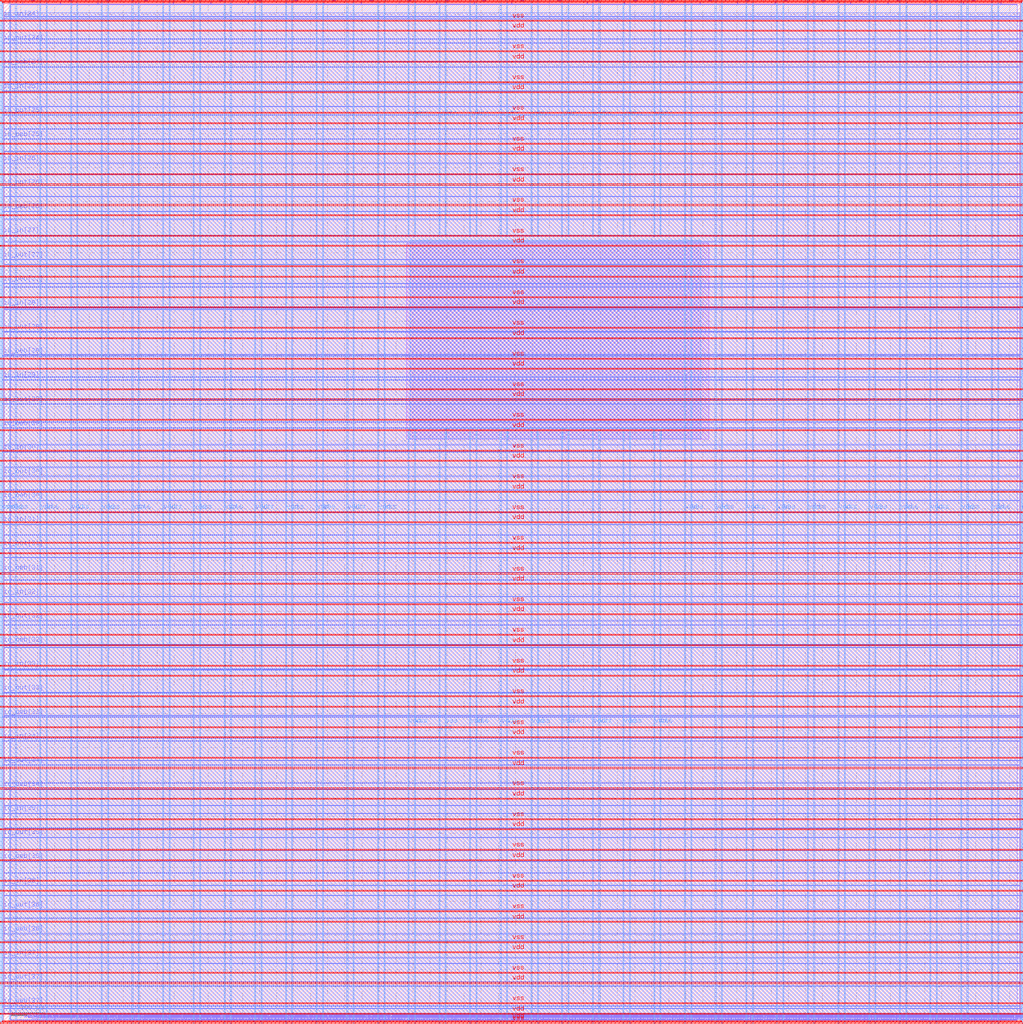
<source format=lef>
VERSION 5.7 ;
  NOWIREEXTENSIONATPIN ON ;
  DIVIDERCHAR "/" ;
  BUSBITCHARS "[]" ;
MACRO user_project_wrapper
  CLASS BLOCK ;
  FOREIGN user_project_wrapper ;
  ORIGIN 0.000 0.000 ;
  SIZE 2980.200 BY 2980.200 ;
  PIN io_in[0]
    DIRECTION INPUT ;
    USE SIGNAL ;
    PORT
      LAYER Metal3 ;
        RECT 2977.800 35.560 2985.000 36.680 ;
    END
  END io_in[0]
  PIN io_in[10]
    DIRECTION INPUT ;
    USE SIGNAL ;
    PORT
      LAYER Metal3 ;
        RECT 2977.800 2017.960 2985.000 2019.080 ;
    END
  END io_in[10]
  PIN io_in[11]
    DIRECTION INPUT ;
    USE SIGNAL ;
    PORT
      LAYER Metal3 ;
        RECT 2977.800 2216.200 2985.000 2217.320 ;
    END
  END io_in[11]
  PIN io_in[12]
    DIRECTION INPUT ;
    USE SIGNAL ;
    PORT
      LAYER Metal3 ;
        RECT 2977.800 2414.440 2985.000 2415.560 ;
    END
  END io_in[12]
  PIN io_in[13]
    DIRECTION INPUT ;
    USE SIGNAL ;
    PORT
      LAYER Metal3 ;
        RECT 2977.800 2612.680 2985.000 2613.800 ;
    END
  END io_in[13]
  PIN io_in[14]
    DIRECTION INPUT ;
    USE SIGNAL ;
    PORT
      LAYER Metal3 ;
        RECT 2977.800 2810.920 2985.000 2812.040 ;
    END
  END io_in[14]
  PIN io_in[15]
    DIRECTION INPUT ;
    USE SIGNAL ;
    PORT
      LAYER Metal2 ;
        RECT 2923.480 2977.800 2924.600 2985.000 ;
    END
  END io_in[15]
  PIN io_in[16]
    DIRECTION INPUT ;
    USE SIGNAL ;
    PORT
      LAYER Metal2 ;
        RECT 2592.520 2977.800 2593.640 2985.000 ;
    END
  END io_in[16]
  PIN io_in[17]
    DIRECTION INPUT ;
    USE SIGNAL ;
    PORT
      LAYER Metal2 ;
        RECT 2261.560 2977.800 2262.680 2985.000 ;
    END
  END io_in[17]
  PIN io_in[18]
    DIRECTION INPUT ;
    USE SIGNAL ;
    PORT
      LAYER Metal2 ;
        RECT 1930.600 2977.800 1931.720 2985.000 ;
    END
  END io_in[18]
  PIN io_in[19]
    DIRECTION INPUT ;
    USE SIGNAL ;
    PORT
      LAYER Metal2 ;
        RECT 1599.640 2977.800 1600.760 2985.000 ;
    END
  END io_in[19]
  PIN io_in[1]
    DIRECTION INPUT ;
    USE SIGNAL ;
    PORT
      LAYER Metal3 ;
        RECT 2977.800 233.800 2985.000 234.920 ;
    END
  END io_in[1]
  PIN io_in[20]
    DIRECTION INPUT ;
    USE SIGNAL ;
    PORT
      LAYER Metal2 ;
        RECT 1268.680 2977.800 1269.800 2985.000 ;
    END
  END io_in[20]
  PIN io_in[21]
    DIRECTION INPUT ;
    USE SIGNAL ;
    PORT
      LAYER Metal2 ;
        RECT 937.720 2977.800 938.840 2985.000 ;
    END
  END io_in[21]
  PIN io_in[22]
    DIRECTION INPUT ;
    USE SIGNAL ;
    PORT
      LAYER Metal2 ;
        RECT 606.760 2977.800 607.880 2985.000 ;
    END
  END io_in[22]
  PIN io_in[23]
    DIRECTION INPUT ;
    USE SIGNAL ;
    PORT
      LAYER Metal2 ;
        RECT 275.800 2977.800 276.920 2985.000 ;
    END
  END io_in[23]
  PIN io_in[24]
    DIRECTION INPUT ;
    USE SIGNAL ;
    PORT
      LAYER Metal3 ;
        RECT -4.800 2935.800 2.400 2936.920 ;
    END
  END io_in[24]
  PIN io_in[25]
    DIRECTION INPUT ;
    USE SIGNAL ;
    PORT
      LAYER Metal3 ;
        RECT -4.800 2724.120 2.400 2725.240 ;
    END
  END io_in[25]
  PIN io_in[26]
    DIRECTION INPUT ;
    USE SIGNAL ;
    PORT
      LAYER Metal3 ;
        RECT -4.800 2512.440 2.400 2513.560 ;
    END
  END io_in[26]
  PIN io_in[27]
    DIRECTION INPUT ;
    USE SIGNAL ;
    PORT
      LAYER Metal3 ;
        RECT -4.800 2300.760 2.400 2301.880 ;
    END
  END io_in[27]
  PIN io_in[28]
    DIRECTION INPUT ;
    USE SIGNAL ;
    PORT
      LAYER Metal3 ;
        RECT -4.800 2089.080 2.400 2090.200 ;
    END
  END io_in[28]
  PIN io_in[29]
    DIRECTION INPUT ;
    USE SIGNAL ;
    PORT
      LAYER Metal3 ;
        RECT -4.800 1877.400 2.400 1878.520 ;
    END
  END io_in[29]
  PIN io_in[2]
    DIRECTION INPUT ;
    USE SIGNAL ;
    PORT
      LAYER Metal3 ;
        RECT 2977.800 432.040 2985.000 433.160 ;
    END
  END io_in[2]
  PIN io_in[30]
    DIRECTION INPUT ;
    USE SIGNAL ;
    PORT
      LAYER Metal3 ;
        RECT -4.800 1665.720 2.400 1666.840 ;
    END
  END io_in[30]
  PIN io_in[31]
    DIRECTION INPUT ;
    USE SIGNAL ;
    PORT
      LAYER Metal3 ;
        RECT -4.800 1454.040 2.400 1455.160 ;
    END
  END io_in[31]
  PIN io_in[32]
    DIRECTION INPUT ;
    USE SIGNAL ;
    PORT
      LAYER Metal3 ;
        RECT -4.800 1242.360 2.400 1243.480 ;
    END
  END io_in[32]
  PIN io_in[33]
    DIRECTION INPUT ;
    USE SIGNAL ;
    PORT
      LAYER Metal3 ;
        RECT -4.800 1030.680 2.400 1031.800 ;
    END
  END io_in[33]
  PIN io_in[34]
    DIRECTION INPUT ;
    USE SIGNAL ;
    PORT
      LAYER Metal3 ;
        RECT -4.800 819.000 2.400 820.120 ;
    END
  END io_in[34]
  PIN io_in[35]
    DIRECTION INPUT ;
    USE SIGNAL ;
    PORT
      LAYER Metal3 ;
        RECT -4.800 607.320 2.400 608.440 ;
    END
  END io_in[35]
  PIN io_in[36]
    DIRECTION INPUT ;
    USE SIGNAL ;
    PORT
      LAYER Metal3 ;
        RECT -4.800 395.640 2.400 396.760 ;
    END
  END io_in[36]
  PIN io_in[37]
    DIRECTION INPUT ;
    USE SIGNAL ;
    PORT
      LAYER Metal3 ;
        RECT -4.800 183.960 2.400 185.080 ;
    END
  END io_in[37]
  PIN io_in[3]
    DIRECTION INPUT ;
    USE SIGNAL ;
    PORT
      LAYER Metal3 ;
        RECT 2977.800 630.280 2985.000 631.400 ;
    END
  END io_in[3]
  PIN io_in[4]
    DIRECTION INPUT ;
    USE SIGNAL ;
    PORT
      LAYER Metal3 ;
        RECT 2977.800 828.520 2985.000 829.640 ;
    END
  END io_in[4]
  PIN io_in[5]
    DIRECTION INPUT ;
    USE SIGNAL ;
    PORT
      LAYER Metal3 ;
        RECT 2977.800 1026.760 2985.000 1027.880 ;
    END
  END io_in[5]
  PIN io_in[6]
    DIRECTION INPUT ;
    USE SIGNAL ;
    PORT
      LAYER Metal3 ;
        RECT 2977.800 1225.000 2985.000 1226.120 ;
    END
  END io_in[6]
  PIN io_in[7]
    DIRECTION INPUT ;
    USE SIGNAL ;
    PORT
      LAYER Metal3 ;
        RECT 2977.800 1423.240 2985.000 1424.360 ;
    END
  END io_in[7]
  PIN io_in[8]
    DIRECTION INPUT ;
    USE SIGNAL ;
    PORT
      LAYER Metal3 ;
        RECT 2977.800 1621.480 2985.000 1622.600 ;
    END
  END io_in[8]
  PIN io_in[9]
    DIRECTION INPUT ;
    USE SIGNAL ;
    PORT
      LAYER Metal3 ;
        RECT 2977.800 1819.720 2985.000 1820.840 ;
    END
  END io_in[9]
  PIN io_oeb[0]
    DIRECTION OUTPUT TRISTATE ;
    USE SIGNAL ;
    PORT
      LAYER Metal3 ;
        RECT 2977.800 167.720 2985.000 168.840 ;
    END
  END io_oeb[0]
  PIN io_oeb[10]
    DIRECTION OUTPUT TRISTATE ;
    USE SIGNAL ;
    PORT
      LAYER Metal3 ;
        RECT 2977.800 2150.120 2985.000 2151.240 ;
    END
  END io_oeb[10]
  PIN io_oeb[11]
    DIRECTION OUTPUT TRISTATE ;
    USE SIGNAL ;
    PORT
      LAYER Metal3 ;
        RECT 2977.800 2348.360 2985.000 2349.480 ;
    END
  END io_oeb[11]
  PIN io_oeb[12]
    DIRECTION OUTPUT TRISTATE ;
    USE SIGNAL ;
    PORT
      LAYER Metal3 ;
        RECT 2977.800 2546.600 2985.000 2547.720 ;
    END
  END io_oeb[12]
  PIN io_oeb[13]
    DIRECTION OUTPUT TRISTATE ;
    USE SIGNAL ;
    PORT
      LAYER Metal3 ;
        RECT 2977.800 2744.840 2985.000 2745.960 ;
    END
  END io_oeb[13]
  PIN io_oeb[14]
    DIRECTION OUTPUT TRISTATE ;
    USE SIGNAL ;
    PORT
      LAYER Metal3 ;
        RECT 2977.800 2943.080 2985.000 2944.200 ;
    END
  END io_oeb[14]
  PIN io_oeb[15]
    DIRECTION OUTPUT TRISTATE ;
    USE SIGNAL ;
    PORT
      LAYER Metal2 ;
        RECT 2702.840 2977.800 2703.960 2985.000 ;
    END
  END io_oeb[15]
  PIN io_oeb[16]
    DIRECTION OUTPUT TRISTATE ;
    USE SIGNAL ;
    PORT
      LAYER Metal2 ;
        RECT 2371.880 2977.800 2373.000 2985.000 ;
    END
  END io_oeb[16]
  PIN io_oeb[17]
    DIRECTION OUTPUT TRISTATE ;
    USE SIGNAL ;
    PORT
      LAYER Metal2 ;
        RECT 2040.920 2977.800 2042.040 2985.000 ;
    END
  END io_oeb[17]
  PIN io_oeb[18]
    DIRECTION OUTPUT TRISTATE ;
    USE SIGNAL ;
    PORT
      LAYER Metal2 ;
        RECT 1709.960 2977.800 1711.080 2985.000 ;
    END
  END io_oeb[18]
  PIN io_oeb[19]
    DIRECTION OUTPUT TRISTATE ;
    USE SIGNAL ;
    PORT
      LAYER Metal2 ;
        RECT 1379.000 2977.800 1380.120 2985.000 ;
    END
  END io_oeb[19]
  PIN io_oeb[1]
    DIRECTION OUTPUT TRISTATE ;
    USE SIGNAL ;
    PORT
      LAYER Metal3 ;
        RECT 2977.800 365.960 2985.000 367.080 ;
    END
  END io_oeb[1]
  PIN io_oeb[20]
    DIRECTION OUTPUT TRISTATE ;
    USE SIGNAL ;
    PORT
      LAYER Metal2 ;
        RECT 1048.040 2977.800 1049.160 2985.000 ;
    END
  END io_oeb[20]
  PIN io_oeb[21]
    DIRECTION OUTPUT TRISTATE ;
    USE SIGNAL ;
    PORT
      LAYER Metal2 ;
        RECT 717.080 2977.800 718.200 2985.000 ;
    END
  END io_oeb[21]
  PIN io_oeb[22]
    DIRECTION OUTPUT TRISTATE ;
    USE SIGNAL ;
    PORT
      LAYER Metal2 ;
        RECT 386.120 2977.800 387.240 2985.000 ;
    END
  END io_oeb[22]
  PIN io_oeb[23]
    DIRECTION OUTPUT TRISTATE ;
    USE SIGNAL ;
    PORT
      LAYER Metal2 ;
        RECT 55.160 2977.800 56.280 2985.000 ;
    END
  END io_oeb[23]
  PIN io_oeb[24]
    DIRECTION OUTPUT TRISTATE ;
    USE SIGNAL ;
    PORT
      LAYER Metal3 ;
        RECT -4.800 2794.680 2.400 2795.800 ;
    END
  END io_oeb[24]
  PIN io_oeb[25]
    DIRECTION OUTPUT TRISTATE ;
    USE SIGNAL ;
    PORT
      LAYER Metal3 ;
        RECT -4.800 2583.000 2.400 2584.120 ;
    END
  END io_oeb[25]
  PIN io_oeb[26]
    DIRECTION OUTPUT TRISTATE ;
    USE SIGNAL ;
    PORT
      LAYER Metal3 ;
        RECT -4.800 2371.320 2.400 2372.440 ;
    END
  END io_oeb[26]
  PIN io_oeb[27]
    DIRECTION OUTPUT TRISTATE ;
    USE SIGNAL ;
    PORT
      LAYER Metal3 ;
        RECT -4.800 2159.640 2.400 2160.760 ;
    END
  END io_oeb[27]
  PIN io_oeb[28]
    DIRECTION OUTPUT TRISTATE ;
    USE SIGNAL ;
    PORT
      LAYER Metal3 ;
        RECT -4.800 1947.960 2.400 1949.080 ;
    END
  END io_oeb[28]
  PIN io_oeb[29]
    DIRECTION OUTPUT TRISTATE ;
    USE SIGNAL ;
    PORT
      LAYER Metal3 ;
        RECT -4.800 1736.280 2.400 1737.400 ;
    END
  END io_oeb[29]
  PIN io_oeb[2]
    DIRECTION OUTPUT TRISTATE ;
    USE SIGNAL ;
    PORT
      LAYER Metal3 ;
        RECT 2977.800 564.200 2985.000 565.320 ;
    END
  END io_oeb[2]
  PIN io_oeb[30]
    DIRECTION OUTPUT TRISTATE ;
    USE SIGNAL ;
    PORT
      LAYER Metal3 ;
        RECT -4.800 1524.600 2.400 1525.720 ;
    END
  END io_oeb[30]
  PIN io_oeb[31]
    DIRECTION OUTPUT TRISTATE ;
    USE SIGNAL ;
    PORT
      LAYER Metal3 ;
        RECT -4.800 1312.920 2.400 1314.040 ;
    END
  END io_oeb[31]
  PIN io_oeb[32]
    DIRECTION OUTPUT TRISTATE ;
    USE SIGNAL ;
    PORT
      LAYER Metal3 ;
        RECT -4.800 1101.240 2.400 1102.360 ;
    END
  END io_oeb[32]
  PIN io_oeb[33]
    DIRECTION OUTPUT TRISTATE ;
    USE SIGNAL ;
    PORT
      LAYER Metal3 ;
        RECT -4.800 889.560 2.400 890.680 ;
    END
  END io_oeb[33]
  PIN io_oeb[34]
    DIRECTION OUTPUT TRISTATE ;
    USE SIGNAL ;
    PORT
      LAYER Metal3 ;
        RECT -4.800 677.880 2.400 679.000 ;
    END
  END io_oeb[34]
  PIN io_oeb[35]
    DIRECTION OUTPUT TRISTATE ;
    USE SIGNAL ;
    PORT
      LAYER Metal3 ;
        RECT -4.800 466.200 2.400 467.320 ;
    END
  END io_oeb[35]
  PIN io_oeb[36]
    DIRECTION OUTPUT TRISTATE ;
    USE SIGNAL ;
    PORT
      LAYER Metal3 ;
        RECT -4.800 254.520 2.400 255.640 ;
    END
  END io_oeb[36]
  PIN io_oeb[37]
    DIRECTION OUTPUT TRISTATE ;
    USE SIGNAL ;
    PORT
      LAYER Metal3 ;
        RECT -4.800 42.840 2.400 43.960 ;
    END
  END io_oeb[37]
  PIN io_oeb[3]
    DIRECTION OUTPUT TRISTATE ;
    USE SIGNAL ;
    PORT
      LAYER Metal3 ;
        RECT 2977.800 762.440 2985.000 763.560 ;
    END
  END io_oeb[3]
  PIN io_oeb[4]
    DIRECTION OUTPUT TRISTATE ;
    USE SIGNAL ;
    PORT
      LAYER Metal3 ;
        RECT 2977.800 960.680 2985.000 961.800 ;
    END
  END io_oeb[4]
  PIN io_oeb[5]
    DIRECTION OUTPUT TRISTATE ;
    USE SIGNAL ;
    PORT
      LAYER Metal3 ;
        RECT 2977.800 1158.920 2985.000 1160.040 ;
    END
  END io_oeb[5]
  PIN io_oeb[6]
    DIRECTION OUTPUT TRISTATE ;
    USE SIGNAL ;
    PORT
      LAYER Metal3 ;
        RECT 2977.800 1357.160 2985.000 1358.280 ;
    END
  END io_oeb[6]
  PIN io_oeb[7]
    DIRECTION OUTPUT TRISTATE ;
    USE SIGNAL ;
    PORT
      LAYER Metal3 ;
        RECT 2977.800 1555.400 2985.000 1556.520 ;
    END
  END io_oeb[7]
  PIN io_oeb[8]
    DIRECTION OUTPUT TRISTATE ;
    USE SIGNAL ;
    PORT
      LAYER Metal3 ;
        RECT 2977.800 1753.640 2985.000 1754.760 ;
    END
  END io_oeb[8]
  PIN io_oeb[9]
    DIRECTION OUTPUT TRISTATE ;
    USE SIGNAL ;
    PORT
      LAYER Metal3 ;
        RECT 2977.800 1951.880 2985.000 1953.000 ;
    END
  END io_oeb[9]
  PIN io_out[0]
    DIRECTION OUTPUT TRISTATE ;
    USE SIGNAL ;
    PORT
      LAYER Metal3 ;
        RECT 2977.800 101.640 2985.000 102.760 ;
    END
  END io_out[0]
  PIN io_out[10]
    DIRECTION OUTPUT TRISTATE ;
    USE SIGNAL ;
    PORT
      LAYER Metal3 ;
        RECT 2977.800 2084.040 2985.000 2085.160 ;
    END
  END io_out[10]
  PIN io_out[11]
    DIRECTION OUTPUT TRISTATE ;
    USE SIGNAL ;
    PORT
      LAYER Metal3 ;
        RECT 2977.800 2282.280 2985.000 2283.400 ;
    END
  END io_out[11]
  PIN io_out[12]
    DIRECTION OUTPUT TRISTATE ;
    USE SIGNAL ;
    PORT
      LAYER Metal3 ;
        RECT 2977.800 2480.520 2985.000 2481.640 ;
    END
  END io_out[12]
  PIN io_out[13]
    DIRECTION OUTPUT TRISTATE ;
    USE SIGNAL ;
    PORT
      LAYER Metal3 ;
        RECT 2977.800 2678.760 2985.000 2679.880 ;
    END
  END io_out[13]
  PIN io_out[14]
    DIRECTION OUTPUT TRISTATE ;
    USE SIGNAL ;
    PORT
      LAYER Metal3 ;
        RECT 2977.800 2877.000 2985.000 2878.120 ;
    END
  END io_out[14]
  PIN io_out[15]
    DIRECTION OUTPUT TRISTATE ;
    USE SIGNAL ;
    PORT
      LAYER Metal2 ;
        RECT 2813.160 2977.800 2814.280 2985.000 ;
    END
  END io_out[15]
  PIN io_out[16]
    DIRECTION OUTPUT TRISTATE ;
    USE SIGNAL ;
    PORT
      LAYER Metal2 ;
        RECT 2482.200 2977.800 2483.320 2985.000 ;
    END
  END io_out[16]
  PIN io_out[17]
    DIRECTION OUTPUT TRISTATE ;
    USE SIGNAL ;
    PORT
      LAYER Metal2 ;
        RECT 2151.240 2977.800 2152.360 2985.000 ;
    END
  END io_out[17]
  PIN io_out[18]
    DIRECTION OUTPUT TRISTATE ;
    USE SIGNAL ;
    PORT
      LAYER Metal2 ;
        RECT 1820.280 2977.800 1821.400 2985.000 ;
    END
  END io_out[18]
  PIN io_out[19]
    DIRECTION OUTPUT TRISTATE ;
    USE SIGNAL ;
    PORT
      LAYER Metal2 ;
        RECT 1489.320 2977.800 1490.440 2985.000 ;
    END
  END io_out[19]
  PIN io_out[1]
    DIRECTION OUTPUT TRISTATE ;
    USE SIGNAL ;
    PORT
      LAYER Metal3 ;
        RECT 2977.800 299.880 2985.000 301.000 ;
    END
  END io_out[1]
  PIN io_out[20]
    DIRECTION OUTPUT TRISTATE ;
    USE SIGNAL ;
    PORT
      LAYER Metal2 ;
        RECT 1158.360 2977.800 1159.480 2985.000 ;
    END
  END io_out[20]
  PIN io_out[21]
    DIRECTION OUTPUT TRISTATE ;
    USE SIGNAL ;
    PORT
      LAYER Metal2 ;
        RECT 827.400 2977.800 828.520 2985.000 ;
    END
  END io_out[21]
  PIN io_out[22]
    DIRECTION OUTPUT TRISTATE ;
    USE SIGNAL ;
    PORT
      LAYER Metal2 ;
        RECT 496.440 2977.800 497.560 2985.000 ;
    END
  END io_out[22]
  PIN io_out[23]
    DIRECTION OUTPUT TRISTATE ;
    USE SIGNAL ;
    PORT
      LAYER Metal2 ;
        RECT 165.480 2977.800 166.600 2985.000 ;
    END
  END io_out[23]
  PIN io_out[24]
    DIRECTION OUTPUT TRISTATE ;
    USE SIGNAL ;
    PORT
      LAYER Metal3 ;
        RECT -4.800 2865.240 2.400 2866.360 ;
    END
  END io_out[24]
  PIN io_out[25]
    DIRECTION OUTPUT TRISTATE ;
    USE SIGNAL ;
    PORT
      LAYER Metal3 ;
        RECT -4.800 2653.560 2.400 2654.680 ;
    END
  END io_out[25]
  PIN io_out[26]
    DIRECTION OUTPUT TRISTATE ;
    USE SIGNAL ;
    PORT
      LAYER Metal3 ;
        RECT -4.800 2441.880 2.400 2443.000 ;
    END
  END io_out[26]
  PIN io_out[27]
    DIRECTION OUTPUT TRISTATE ;
    USE SIGNAL ;
    PORT
      LAYER Metal3 ;
        RECT -4.800 2230.200 2.400 2231.320 ;
    END
  END io_out[27]
  PIN io_out[28]
    DIRECTION OUTPUT TRISTATE ;
    USE SIGNAL ;
    PORT
      LAYER Metal3 ;
        RECT -4.800 2018.520 2.400 2019.640 ;
    END
  END io_out[28]
  PIN io_out[29]
    DIRECTION OUTPUT TRISTATE ;
    USE SIGNAL ;
    PORT
      LAYER Metal3 ;
        RECT -4.800 1806.840 2.400 1807.960 ;
    END
  END io_out[29]
  PIN io_out[2]
    DIRECTION OUTPUT TRISTATE ;
    USE SIGNAL ;
    PORT
      LAYER Metal3 ;
        RECT 2977.800 498.120 2985.000 499.240 ;
    END
  END io_out[2]
  PIN io_out[30]
    DIRECTION OUTPUT TRISTATE ;
    USE SIGNAL ;
    PORT
      LAYER Metal3 ;
        RECT -4.800 1595.160 2.400 1596.280 ;
    END
  END io_out[30]
  PIN io_out[31]
    DIRECTION OUTPUT TRISTATE ;
    USE SIGNAL ;
    PORT
      LAYER Metal3 ;
        RECT -4.800 1383.480 2.400 1384.600 ;
    END
  END io_out[31]
  PIN io_out[32]
    DIRECTION OUTPUT TRISTATE ;
    USE SIGNAL ;
    PORT
      LAYER Metal3 ;
        RECT -4.800 1171.800 2.400 1172.920 ;
    END
  END io_out[32]
  PIN io_out[33]
    DIRECTION OUTPUT TRISTATE ;
    USE SIGNAL ;
    PORT
      LAYER Metal3 ;
        RECT -4.800 960.120 2.400 961.240 ;
    END
  END io_out[33]
  PIN io_out[34]
    DIRECTION OUTPUT TRISTATE ;
    USE SIGNAL ;
    PORT
      LAYER Metal3 ;
        RECT -4.800 748.440 2.400 749.560 ;
    END
  END io_out[34]
  PIN io_out[35]
    DIRECTION OUTPUT TRISTATE ;
    USE SIGNAL ;
    PORT
      LAYER Metal3 ;
        RECT -4.800 536.760 2.400 537.880 ;
    END
  END io_out[35]
  PIN io_out[36]
    DIRECTION OUTPUT TRISTATE ;
    USE SIGNAL ;
    PORT
      LAYER Metal3 ;
        RECT -4.800 325.080 2.400 326.200 ;
    END
  END io_out[36]
  PIN io_out[37]
    DIRECTION OUTPUT TRISTATE ;
    USE SIGNAL ;
    PORT
      LAYER Metal3 ;
        RECT -4.800 113.400 2.400 114.520 ;
    END
  END io_out[37]
  PIN io_out[3]
    DIRECTION OUTPUT TRISTATE ;
    USE SIGNAL ;
    PORT
      LAYER Metal3 ;
        RECT 2977.800 696.360 2985.000 697.480 ;
    END
  END io_out[3]
  PIN io_out[4]
    DIRECTION OUTPUT TRISTATE ;
    USE SIGNAL ;
    PORT
      LAYER Metal3 ;
        RECT 2977.800 894.600 2985.000 895.720 ;
    END
  END io_out[4]
  PIN io_out[5]
    DIRECTION OUTPUT TRISTATE ;
    USE SIGNAL ;
    PORT
      LAYER Metal3 ;
        RECT 2977.800 1092.840 2985.000 1093.960 ;
    END
  END io_out[5]
  PIN io_out[6]
    DIRECTION OUTPUT TRISTATE ;
    USE SIGNAL ;
    PORT
      LAYER Metal3 ;
        RECT 2977.800 1291.080 2985.000 1292.200 ;
    END
  END io_out[6]
  PIN io_out[7]
    DIRECTION OUTPUT TRISTATE ;
    USE SIGNAL ;
    PORT
      LAYER Metal3 ;
        RECT 2977.800 1489.320 2985.000 1490.440 ;
    END
  END io_out[7]
  PIN io_out[8]
    DIRECTION OUTPUT TRISTATE ;
    USE SIGNAL ;
    PORT
      LAYER Metal3 ;
        RECT 2977.800 1687.560 2985.000 1688.680 ;
    END
  END io_out[8]
  PIN io_out[9]
    DIRECTION OUTPUT TRISTATE ;
    USE SIGNAL ;
    PORT
      LAYER Metal3 ;
        RECT 2977.800 1885.800 2985.000 1886.920 ;
    END
  END io_out[9]
  PIN la_data_in[0]
    DIRECTION INPUT ;
    USE SIGNAL ;
    PORT
      LAYER Metal2 ;
        RECT 1065.960 -4.800 1067.080 2.400 ;
    END
  END la_data_in[0]
  PIN la_data_in[10]
    DIRECTION INPUT ;
    USE SIGNAL ;
    PORT
      LAYER Metal2 ;
        RECT 1351.560 -4.800 1352.680 2.400 ;
    END
  END la_data_in[10]
  PIN la_data_in[11]
    DIRECTION INPUT ;
    USE SIGNAL ;
    PORT
      LAYER Metal2 ;
        RECT 1380.120 -4.800 1381.240 2.400 ;
    END
  END la_data_in[11]
  PIN la_data_in[12]
    DIRECTION INPUT ;
    USE SIGNAL ;
    PORT
      LAYER Metal2 ;
        RECT 1408.680 -4.800 1409.800 2.400 ;
    END
  END la_data_in[12]
  PIN la_data_in[13]
    DIRECTION INPUT ;
    USE SIGNAL ;
    PORT
      LAYER Metal2 ;
        RECT 1437.240 -4.800 1438.360 2.400 ;
    END
  END la_data_in[13]
  PIN la_data_in[14]
    DIRECTION INPUT ;
    USE SIGNAL ;
    PORT
      LAYER Metal2 ;
        RECT 1465.800 -4.800 1466.920 2.400 ;
    END
  END la_data_in[14]
  PIN la_data_in[15]
    DIRECTION INPUT ;
    USE SIGNAL ;
    PORT
      LAYER Metal2 ;
        RECT 1494.360 -4.800 1495.480 2.400 ;
    END
  END la_data_in[15]
  PIN la_data_in[16]
    DIRECTION INPUT ;
    USE SIGNAL ;
    PORT
      LAYER Metal2 ;
        RECT 1522.920 -4.800 1524.040 2.400 ;
    END
  END la_data_in[16]
  PIN la_data_in[17]
    DIRECTION INPUT ;
    USE SIGNAL ;
    PORT
      LAYER Metal2 ;
        RECT 1551.480 -4.800 1552.600 2.400 ;
    END
  END la_data_in[17]
  PIN la_data_in[18]
    DIRECTION INPUT ;
    USE SIGNAL ;
    PORT
      LAYER Metal2 ;
        RECT 1580.040 -4.800 1581.160 2.400 ;
    END
  END la_data_in[18]
  PIN la_data_in[19]
    DIRECTION INPUT ;
    USE SIGNAL ;
    PORT
      LAYER Metal2 ;
        RECT 1608.600 -4.800 1609.720 2.400 ;
    END
  END la_data_in[19]
  PIN la_data_in[1]
    DIRECTION INPUT ;
    USE SIGNAL ;
    PORT
      LAYER Metal2 ;
        RECT 1094.520 -4.800 1095.640 2.400 ;
    END
  END la_data_in[1]
  PIN la_data_in[20]
    DIRECTION INPUT ;
    USE SIGNAL ;
    PORT
      LAYER Metal2 ;
        RECT 1637.160 -4.800 1638.280 2.400 ;
    END
  END la_data_in[20]
  PIN la_data_in[21]
    DIRECTION INPUT ;
    USE SIGNAL ;
    PORT
      LAYER Metal2 ;
        RECT 1665.720 -4.800 1666.840 2.400 ;
    END
  END la_data_in[21]
  PIN la_data_in[22]
    DIRECTION INPUT ;
    USE SIGNAL ;
    PORT
      LAYER Metal2 ;
        RECT 1694.280 -4.800 1695.400 2.400 ;
    END
  END la_data_in[22]
  PIN la_data_in[23]
    DIRECTION INPUT ;
    USE SIGNAL ;
    PORT
      LAYER Metal2 ;
        RECT 1722.840 -4.800 1723.960 2.400 ;
    END
  END la_data_in[23]
  PIN la_data_in[24]
    DIRECTION INPUT ;
    USE SIGNAL ;
    PORT
      LAYER Metal2 ;
        RECT 1751.400 -4.800 1752.520 2.400 ;
    END
  END la_data_in[24]
  PIN la_data_in[25]
    DIRECTION INPUT ;
    USE SIGNAL ;
    PORT
      LAYER Metal2 ;
        RECT 1779.960 -4.800 1781.080 2.400 ;
    END
  END la_data_in[25]
  PIN la_data_in[26]
    DIRECTION INPUT ;
    USE SIGNAL ;
    PORT
      LAYER Metal2 ;
        RECT 1808.520 -4.800 1809.640 2.400 ;
    END
  END la_data_in[26]
  PIN la_data_in[27]
    DIRECTION INPUT ;
    USE SIGNAL ;
    PORT
      LAYER Metal2 ;
        RECT 1837.080 -4.800 1838.200 2.400 ;
    END
  END la_data_in[27]
  PIN la_data_in[28]
    DIRECTION INPUT ;
    USE SIGNAL ;
    PORT
      LAYER Metal2 ;
        RECT 1865.640 -4.800 1866.760 2.400 ;
    END
  END la_data_in[28]
  PIN la_data_in[29]
    DIRECTION INPUT ;
    USE SIGNAL ;
    PORT
      LAYER Metal2 ;
        RECT 1894.200 -4.800 1895.320 2.400 ;
    END
  END la_data_in[29]
  PIN la_data_in[2]
    DIRECTION INPUT ;
    USE SIGNAL ;
    PORT
      LAYER Metal2 ;
        RECT 1123.080 -4.800 1124.200 2.400 ;
    END
  END la_data_in[2]
  PIN la_data_in[30]
    DIRECTION INPUT ;
    USE SIGNAL ;
    PORT
      LAYER Metal2 ;
        RECT 1922.760 -4.800 1923.880 2.400 ;
    END
  END la_data_in[30]
  PIN la_data_in[31]
    DIRECTION INPUT ;
    USE SIGNAL ;
    PORT
      LAYER Metal2 ;
        RECT 1951.320 -4.800 1952.440 2.400 ;
    END
  END la_data_in[31]
  PIN la_data_in[32]
    DIRECTION INPUT ;
    USE SIGNAL ;
    PORT
      LAYER Metal2 ;
        RECT 1979.880 -4.800 1981.000 2.400 ;
    END
  END la_data_in[32]
  PIN la_data_in[33]
    DIRECTION INPUT ;
    USE SIGNAL ;
    PORT
      LAYER Metal2 ;
        RECT 2008.440 -4.800 2009.560 2.400 ;
    END
  END la_data_in[33]
  PIN la_data_in[34]
    DIRECTION INPUT ;
    USE SIGNAL ;
    PORT
      LAYER Metal2 ;
        RECT 2037.000 -4.800 2038.120 2.400 ;
    END
  END la_data_in[34]
  PIN la_data_in[35]
    DIRECTION INPUT ;
    USE SIGNAL ;
    PORT
      LAYER Metal2 ;
        RECT 2065.560 -4.800 2066.680 2.400 ;
    END
  END la_data_in[35]
  PIN la_data_in[36]
    DIRECTION INPUT ;
    USE SIGNAL ;
    PORT
      LAYER Metal2 ;
        RECT 2094.120 -4.800 2095.240 2.400 ;
    END
  END la_data_in[36]
  PIN la_data_in[37]
    DIRECTION INPUT ;
    USE SIGNAL ;
    PORT
      LAYER Metal2 ;
        RECT 2122.680 -4.800 2123.800 2.400 ;
    END
  END la_data_in[37]
  PIN la_data_in[38]
    DIRECTION INPUT ;
    USE SIGNAL ;
    PORT
      LAYER Metal2 ;
        RECT 2151.240 -4.800 2152.360 2.400 ;
    END
  END la_data_in[38]
  PIN la_data_in[39]
    DIRECTION INPUT ;
    USE SIGNAL ;
    PORT
      LAYER Metal2 ;
        RECT 2179.800 -4.800 2180.920 2.400 ;
    END
  END la_data_in[39]
  PIN la_data_in[3]
    DIRECTION INPUT ;
    USE SIGNAL ;
    PORT
      LAYER Metal2 ;
        RECT 1151.640 -4.800 1152.760 2.400 ;
    END
  END la_data_in[3]
  PIN la_data_in[40]
    DIRECTION INPUT ;
    USE SIGNAL ;
    PORT
      LAYER Metal2 ;
        RECT 2208.360 -4.800 2209.480 2.400 ;
    END
  END la_data_in[40]
  PIN la_data_in[41]
    DIRECTION INPUT ;
    USE SIGNAL ;
    PORT
      LAYER Metal2 ;
        RECT 2236.920 -4.800 2238.040 2.400 ;
    END
  END la_data_in[41]
  PIN la_data_in[42]
    DIRECTION INPUT ;
    USE SIGNAL ;
    PORT
      LAYER Metal2 ;
        RECT 2265.480 -4.800 2266.600 2.400 ;
    END
  END la_data_in[42]
  PIN la_data_in[43]
    DIRECTION INPUT ;
    USE SIGNAL ;
    PORT
      LAYER Metal2 ;
        RECT 2294.040 -4.800 2295.160 2.400 ;
    END
  END la_data_in[43]
  PIN la_data_in[44]
    DIRECTION INPUT ;
    USE SIGNAL ;
    PORT
      LAYER Metal2 ;
        RECT 2322.600 -4.800 2323.720 2.400 ;
    END
  END la_data_in[44]
  PIN la_data_in[45]
    DIRECTION INPUT ;
    USE SIGNAL ;
    PORT
      LAYER Metal2 ;
        RECT 2351.160 -4.800 2352.280 2.400 ;
    END
  END la_data_in[45]
  PIN la_data_in[46]
    DIRECTION INPUT ;
    USE SIGNAL ;
    PORT
      LAYER Metal2 ;
        RECT 2379.720 -4.800 2380.840 2.400 ;
    END
  END la_data_in[46]
  PIN la_data_in[47]
    DIRECTION INPUT ;
    USE SIGNAL ;
    PORT
      LAYER Metal2 ;
        RECT 2408.280 -4.800 2409.400 2.400 ;
    END
  END la_data_in[47]
  PIN la_data_in[48]
    DIRECTION INPUT ;
    USE SIGNAL ;
    PORT
      LAYER Metal2 ;
        RECT 2436.840 -4.800 2437.960 2.400 ;
    END
  END la_data_in[48]
  PIN la_data_in[49]
    DIRECTION INPUT ;
    USE SIGNAL ;
    PORT
      LAYER Metal2 ;
        RECT 2465.400 -4.800 2466.520 2.400 ;
    END
  END la_data_in[49]
  PIN la_data_in[4]
    DIRECTION INPUT ;
    USE SIGNAL ;
    PORT
      LAYER Metal2 ;
        RECT 1180.200 -4.800 1181.320 2.400 ;
    END
  END la_data_in[4]
  PIN la_data_in[50]
    DIRECTION INPUT ;
    USE SIGNAL ;
    PORT
      LAYER Metal2 ;
        RECT 2493.960 -4.800 2495.080 2.400 ;
    END
  END la_data_in[50]
  PIN la_data_in[51]
    DIRECTION INPUT ;
    USE SIGNAL ;
    PORT
      LAYER Metal2 ;
        RECT 2522.520 -4.800 2523.640 2.400 ;
    END
  END la_data_in[51]
  PIN la_data_in[52]
    DIRECTION INPUT ;
    USE SIGNAL ;
    PORT
      LAYER Metal2 ;
        RECT 2551.080 -4.800 2552.200 2.400 ;
    END
  END la_data_in[52]
  PIN la_data_in[53]
    DIRECTION INPUT ;
    USE SIGNAL ;
    PORT
      LAYER Metal2 ;
        RECT 2579.640 -4.800 2580.760 2.400 ;
    END
  END la_data_in[53]
  PIN la_data_in[54]
    DIRECTION INPUT ;
    USE SIGNAL ;
    PORT
      LAYER Metal2 ;
        RECT 2608.200 -4.800 2609.320 2.400 ;
    END
  END la_data_in[54]
  PIN la_data_in[55]
    DIRECTION INPUT ;
    USE SIGNAL ;
    PORT
      LAYER Metal2 ;
        RECT 2636.760 -4.800 2637.880 2.400 ;
    END
  END la_data_in[55]
  PIN la_data_in[56]
    DIRECTION INPUT ;
    USE SIGNAL ;
    PORT
      LAYER Metal2 ;
        RECT 2665.320 -4.800 2666.440 2.400 ;
    END
  END la_data_in[56]
  PIN la_data_in[57]
    DIRECTION INPUT ;
    USE SIGNAL ;
    PORT
      LAYER Metal2 ;
        RECT 2693.880 -4.800 2695.000 2.400 ;
    END
  END la_data_in[57]
  PIN la_data_in[58]
    DIRECTION INPUT ;
    USE SIGNAL ;
    PORT
      LAYER Metal2 ;
        RECT 2722.440 -4.800 2723.560 2.400 ;
    END
  END la_data_in[58]
  PIN la_data_in[59]
    DIRECTION INPUT ;
    USE SIGNAL ;
    PORT
      LAYER Metal2 ;
        RECT 2751.000 -4.800 2752.120 2.400 ;
    END
  END la_data_in[59]
  PIN la_data_in[5]
    DIRECTION INPUT ;
    USE SIGNAL ;
    PORT
      LAYER Metal2 ;
        RECT 1208.760 -4.800 1209.880 2.400 ;
    END
  END la_data_in[5]
  PIN la_data_in[60]
    DIRECTION INPUT ;
    USE SIGNAL ;
    PORT
      LAYER Metal2 ;
        RECT 2779.560 -4.800 2780.680 2.400 ;
    END
  END la_data_in[60]
  PIN la_data_in[61]
    DIRECTION INPUT ;
    USE SIGNAL ;
    PORT
      LAYER Metal2 ;
        RECT 2808.120 -4.800 2809.240 2.400 ;
    END
  END la_data_in[61]
  PIN la_data_in[62]
    DIRECTION INPUT ;
    USE SIGNAL ;
    PORT
      LAYER Metal2 ;
        RECT 2836.680 -4.800 2837.800 2.400 ;
    END
  END la_data_in[62]
  PIN la_data_in[63]
    DIRECTION INPUT ;
    USE SIGNAL ;
    PORT
      LAYER Metal2 ;
        RECT 2865.240 -4.800 2866.360 2.400 ;
    END
  END la_data_in[63]
  PIN la_data_in[6]
    DIRECTION INPUT ;
    USE SIGNAL ;
    PORT
      LAYER Metal2 ;
        RECT 1237.320 -4.800 1238.440 2.400 ;
    END
  END la_data_in[6]
  PIN la_data_in[7]
    DIRECTION INPUT ;
    USE SIGNAL ;
    PORT
      LAYER Metal2 ;
        RECT 1265.880 -4.800 1267.000 2.400 ;
    END
  END la_data_in[7]
  PIN la_data_in[8]
    DIRECTION INPUT ;
    USE SIGNAL ;
    PORT
      LAYER Metal2 ;
        RECT 1294.440 -4.800 1295.560 2.400 ;
    END
  END la_data_in[8]
  PIN la_data_in[9]
    DIRECTION INPUT ;
    USE SIGNAL ;
    PORT
      LAYER Metal2 ;
        RECT 1323.000 -4.800 1324.120 2.400 ;
    END
  END la_data_in[9]
  PIN la_data_out[0]
    DIRECTION OUTPUT TRISTATE ;
    USE SIGNAL ;
    PORT
      LAYER Metal2 ;
        RECT 1075.480 -4.800 1076.600 2.400 ;
    END
  END la_data_out[0]
  PIN la_data_out[10]
    DIRECTION OUTPUT TRISTATE ;
    USE SIGNAL ;
    PORT
      LAYER Metal2 ;
        RECT 1361.080 -4.800 1362.200 2.400 ;
    END
  END la_data_out[10]
  PIN la_data_out[11]
    DIRECTION OUTPUT TRISTATE ;
    USE SIGNAL ;
    PORT
      LAYER Metal2 ;
        RECT 1389.640 -4.800 1390.760 2.400 ;
    END
  END la_data_out[11]
  PIN la_data_out[12]
    DIRECTION OUTPUT TRISTATE ;
    USE SIGNAL ;
    PORT
      LAYER Metal2 ;
        RECT 1418.200 -4.800 1419.320 2.400 ;
    END
  END la_data_out[12]
  PIN la_data_out[13]
    DIRECTION OUTPUT TRISTATE ;
    USE SIGNAL ;
    PORT
      LAYER Metal2 ;
        RECT 1446.760 -4.800 1447.880 2.400 ;
    END
  END la_data_out[13]
  PIN la_data_out[14]
    DIRECTION OUTPUT TRISTATE ;
    USE SIGNAL ;
    PORT
      LAYER Metal2 ;
        RECT 1475.320 -4.800 1476.440 2.400 ;
    END
  END la_data_out[14]
  PIN la_data_out[15]
    DIRECTION OUTPUT TRISTATE ;
    USE SIGNAL ;
    PORT
      LAYER Metal2 ;
        RECT 1503.880 -4.800 1505.000 2.400 ;
    END
  END la_data_out[15]
  PIN la_data_out[16]
    DIRECTION OUTPUT TRISTATE ;
    USE SIGNAL ;
    PORT
      LAYER Metal2 ;
        RECT 1532.440 -4.800 1533.560 2.400 ;
    END
  END la_data_out[16]
  PIN la_data_out[17]
    DIRECTION OUTPUT TRISTATE ;
    USE SIGNAL ;
    PORT
      LAYER Metal2 ;
        RECT 1561.000 -4.800 1562.120 2.400 ;
    END
  END la_data_out[17]
  PIN la_data_out[18]
    DIRECTION OUTPUT TRISTATE ;
    USE SIGNAL ;
    PORT
      LAYER Metal2 ;
        RECT 1589.560 -4.800 1590.680 2.400 ;
    END
  END la_data_out[18]
  PIN la_data_out[19]
    DIRECTION OUTPUT TRISTATE ;
    USE SIGNAL ;
    PORT
      LAYER Metal2 ;
        RECT 1618.120 -4.800 1619.240 2.400 ;
    END
  END la_data_out[19]
  PIN la_data_out[1]
    DIRECTION OUTPUT TRISTATE ;
    USE SIGNAL ;
    PORT
      LAYER Metal2 ;
        RECT 1104.040 -4.800 1105.160 2.400 ;
    END
  END la_data_out[1]
  PIN la_data_out[20]
    DIRECTION OUTPUT TRISTATE ;
    USE SIGNAL ;
    PORT
      LAYER Metal2 ;
        RECT 1646.680 -4.800 1647.800 2.400 ;
    END
  END la_data_out[20]
  PIN la_data_out[21]
    DIRECTION OUTPUT TRISTATE ;
    USE SIGNAL ;
    PORT
      LAYER Metal2 ;
        RECT 1675.240 -4.800 1676.360 2.400 ;
    END
  END la_data_out[21]
  PIN la_data_out[22]
    DIRECTION OUTPUT TRISTATE ;
    USE SIGNAL ;
    PORT
      LAYER Metal2 ;
        RECT 1703.800 -4.800 1704.920 2.400 ;
    END
  END la_data_out[22]
  PIN la_data_out[23]
    DIRECTION OUTPUT TRISTATE ;
    USE SIGNAL ;
    PORT
      LAYER Metal2 ;
        RECT 1732.360 -4.800 1733.480 2.400 ;
    END
  END la_data_out[23]
  PIN la_data_out[24]
    DIRECTION OUTPUT TRISTATE ;
    USE SIGNAL ;
    PORT
      LAYER Metal2 ;
        RECT 1760.920 -4.800 1762.040 2.400 ;
    END
  END la_data_out[24]
  PIN la_data_out[25]
    DIRECTION OUTPUT TRISTATE ;
    USE SIGNAL ;
    PORT
      LAYER Metal2 ;
        RECT 1789.480 -4.800 1790.600 2.400 ;
    END
  END la_data_out[25]
  PIN la_data_out[26]
    DIRECTION OUTPUT TRISTATE ;
    USE SIGNAL ;
    PORT
      LAYER Metal2 ;
        RECT 1818.040 -4.800 1819.160 2.400 ;
    END
  END la_data_out[26]
  PIN la_data_out[27]
    DIRECTION OUTPUT TRISTATE ;
    USE SIGNAL ;
    PORT
      LAYER Metal2 ;
        RECT 1846.600 -4.800 1847.720 2.400 ;
    END
  END la_data_out[27]
  PIN la_data_out[28]
    DIRECTION OUTPUT TRISTATE ;
    USE SIGNAL ;
    PORT
      LAYER Metal2 ;
        RECT 1875.160 -4.800 1876.280 2.400 ;
    END
  END la_data_out[28]
  PIN la_data_out[29]
    DIRECTION OUTPUT TRISTATE ;
    USE SIGNAL ;
    PORT
      LAYER Metal2 ;
        RECT 1903.720 -4.800 1904.840 2.400 ;
    END
  END la_data_out[29]
  PIN la_data_out[2]
    DIRECTION OUTPUT TRISTATE ;
    USE SIGNAL ;
    PORT
      LAYER Metal2 ;
        RECT 1132.600 -4.800 1133.720 2.400 ;
    END
  END la_data_out[2]
  PIN la_data_out[30]
    DIRECTION OUTPUT TRISTATE ;
    USE SIGNAL ;
    PORT
      LAYER Metal2 ;
        RECT 1932.280 -4.800 1933.400 2.400 ;
    END
  END la_data_out[30]
  PIN la_data_out[31]
    DIRECTION OUTPUT TRISTATE ;
    USE SIGNAL ;
    PORT
      LAYER Metal2 ;
        RECT 1960.840 -4.800 1961.960 2.400 ;
    END
  END la_data_out[31]
  PIN la_data_out[32]
    DIRECTION OUTPUT TRISTATE ;
    USE SIGNAL ;
    PORT
      LAYER Metal2 ;
        RECT 1989.400 -4.800 1990.520 2.400 ;
    END
  END la_data_out[32]
  PIN la_data_out[33]
    DIRECTION OUTPUT TRISTATE ;
    USE SIGNAL ;
    PORT
      LAYER Metal2 ;
        RECT 2017.960 -4.800 2019.080 2.400 ;
    END
  END la_data_out[33]
  PIN la_data_out[34]
    DIRECTION OUTPUT TRISTATE ;
    USE SIGNAL ;
    PORT
      LAYER Metal2 ;
        RECT 2046.520 -4.800 2047.640 2.400 ;
    END
  END la_data_out[34]
  PIN la_data_out[35]
    DIRECTION OUTPUT TRISTATE ;
    USE SIGNAL ;
    PORT
      LAYER Metal2 ;
        RECT 2075.080 -4.800 2076.200 2.400 ;
    END
  END la_data_out[35]
  PIN la_data_out[36]
    DIRECTION OUTPUT TRISTATE ;
    USE SIGNAL ;
    PORT
      LAYER Metal2 ;
        RECT 2103.640 -4.800 2104.760 2.400 ;
    END
  END la_data_out[36]
  PIN la_data_out[37]
    DIRECTION OUTPUT TRISTATE ;
    USE SIGNAL ;
    PORT
      LAYER Metal2 ;
        RECT 2132.200 -4.800 2133.320 2.400 ;
    END
  END la_data_out[37]
  PIN la_data_out[38]
    DIRECTION OUTPUT TRISTATE ;
    USE SIGNAL ;
    PORT
      LAYER Metal2 ;
        RECT 2160.760 -4.800 2161.880 2.400 ;
    END
  END la_data_out[38]
  PIN la_data_out[39]
    DIRECTION OUTPUT TRISTATE ;
    USE SIGNAL ;
    PORT
      LAYER Metal2 ;
        RECT 2189.320 -4.800 2190.440 2.400 ;
    END
  END la_data_out[39]
  PIN la_data_out[3]
    DIRECTION OUTPUT TRISTATE ;
    USE SIGNAL ;
    PORT
      LAYER Metal2 ;
        RECT 1161.160 -4.800 1162.280 2.400 ;
    END
  END la_data_out[3]
  PIN la_data_out[40]
    DIRECTION OUTPUT TRISTATE ;
    USE SIGNAL ;
    PORT
      LAYER Metal2 ;
        RECT 2217.880 -4.800 2219.000 2.400 ;
    END
  END la_data_out[40]
  PIN la_data_out[41]
    DIRECTION OUTPUT TRISTATE ;
    USE SIGNAL ;
    PORT
      LAYER Metal2 ;
        RECT 2246.440 -4.800 2247.560 2.400 ;
    END
  END la_data_out[41]
  PIN la_data_out[42]
    DIRECTION OUTPUT TRISTATE ;
    USE SIGNAL ;
    PORT
      LAYER Metal2 ;
        RECT 2275.000 -4.800 2276.120 2.400 ;
    END
  END la_data_out[42]
  PIN la_data_out[43]
    DIRECTION OUTPUT TRISTATE ;
    USE SIGNAL ;
    PORT
      LAYER Metal2 ;
        RECT 2303.560 -4.800 2304.680 2.400 ;
    END
  END la_data_out[43]
  PIN la_data_out[44]
    DIRECTION OUTPUT TRISTATE ;
    USE SIGNAL ;
    PORT
      LAYER Metal2 ;
        RECT 2332.120 -4.800 2333.240 2.400 ;
    END
  END la_data_out[44]
  PIN la_data_out[45]
    DIRECTION OUTPUT TRISTATE ;
    USE SIGNAL ;
    PORT
      LAYER Metal2 ;
        RECT 2360.680 -4.800 2361.800 2.400 ;
    END
  END la_data_out[45]
  PIN la_data_out[46]
    DIRECTION OUTPUT TRISTATE ;
    USE SIGNAL ;
    PORT
      LAYER Metal2 ;
        RECT 2389.240 -4.800 2390.360 2.400 ;
    END
  END la_data_out[46]
  PIN la_data_out[47]
    DIRECTION OUTPUT TRISTATE ;
    USE SIGNAL ;
    PORT
      LAYER Metal2 ;
        RECT 2417.800 -4.800 2418.920 2.400 ;
    END
  END la_data_out[47]
  PIN la_data_out[48]
    DIRECTION OUTPUT TRISTATE ;
    USE SIGNAL ;
    PORT
      LAYER Metal2 ;
        RECT 2446.360 -4.800 2447.480 2.400 ;
    END
  END la_data_out[48]
  PIN la_data_out[49]
    DIRECTION OUTPUT TRISTATE ;
    USE SIGNAL ;
    PORT
      LAYER Metal2 ;
        RECT 2474.920 -4.800 2476.040 2.400 ;
    END
  END la_data_out[49]
  PIN la_data_out[4]
    DIRECTION OUTPUT TRISTATE ;
    USE SIGNAL ;
    PORT
      LAYER Metal2 ;
        RECT 1189.720 -4.800 1190.840 2.400 ;
    END
  END la_data_out[4]
  PIN la_data_out[50]
    DIRECTION OUTPUT TRISTATE ;
    USE SIGNAL ;
    PORT
      LAYER Metal2 ;
        RECT 2503.480 -4.800 2504.600 2.400 ;
    END
  END la_data_out[50]
  PIN la_data_out[51]
    DIRECTION OUTPUT TRISTATE ;
    USE SIGNAL ;
    PORT
      LAYER Metal2 ;
        RECT 2532.040 -4.800 2533.160 2.400 ;
    END
  END la_data_out[51]
  PIN la_data_out[52]
    DIRECTION OUTPUT TRISTATE ;
    USE SIGNAL ;
    PORT
      LAYER Metal2 ;
        RECT 2560.600 -4.800 2561.720 2.400 ;
    END
  END la_data_out[52]
  PIN la_data_out[53]
    DIRECTION OUTPUT TRISTATE ;
    USE SIGNAL ;
    PORT
      LAYER Metal2 ;
        RECT 2589.160 -4.800 2590.280 2.400 ;
    END
  END la_data_out[53]
  PIN la_data_out[54]
    DIRECTION OUTPUT TRISTATE ;
    USE SIGNAL ;
    PORT
      LAYER Metal2 ;
        RECT 2617.720 -4.800 2618.840 2.400 ;
    END
  END la_data_out[54]
  PIN la_data_out[55]
    DIRECTION OUTPUT TRISTATE ;
    USE SIGNAL ;
    PORT
      LAYER Metal2 ;
        RECT 2646.280 -4.800 2647.400 2.400 ;
    END
  END la_data_out[55]
  PIN la_data_out[56]
    DIRECTION OUTPUT TRISTATE ;
    USE SIGNAL ;
    PORT
      LAYER Metal2 ;
        RECT 2674.840 -4.800 2675.960 2.400 ;
    END
  END la_data_out[56]
  PIN la_data_out[57]
    DIRECTION OUTPUT TRISTATE ;
    USE SIGNAL ;
    PORT
      LAYER Metal2 ;
        RECT 2703.400 -4.800 2704.520 2.400 ;
    END
  END la_data_out[57]
  PIN la_data_out[58]
    DIRECTION OUTPUT TRISTATE ;
    USE SIGNAL ;
    PORT
      LAYER Metal2 ;
        RECT 2731.960 -4.800 2733.080 2.400 ;
    END
  END la_data_out[58]
  PIN la_data_out[59]
    DIRECTION OUTPUT TRISTATE ;
    USE SIGNAL ;
    PORT
      LAYER Metal2 ;
        RECT 2760.520 -4.800 2761.640 2.400 ;
    END
  END la_data_out[59]
  PIN la_data_out[5]
    DIRECTION OUTPUT TRISTATE ;
    USE SIGNAL ;
    PORT
      LAYER Metal2 ;
        RECT 1218.280 -4.800 1219.400 2.400 ;
    END
  END la_data_out[5]
  PIN la_data_out[60]
    DIRECTION OUTPUT TRISTATE ;
    USE SIGNAL ;
    PORT
      LAYER Metal2 ;
        RECT 2789.080 -4.800 2790.200 2.400 ;
    END
  END la_data_out[60]
  PIN la_data_out[61]
    DIRECTION OUTPUT TRISTATE ;
    USE SIGNAL ;
    PORT
      LAYER Metal2 ;
        RECT 2817.640 -4.800 2818.760 2.400 ;
    END
  END la_data_out[61]
  PIN la_data_out[62]
    DIRECTION OUTPUT TRISTATE ;
    USE SIGNAL ;
    PORT
      LAYER Metal2 ;
        RECT 2846.200 -4.800 2847.320 2.400 ;
    END
  END la_data_out[62]
  PIN la_data_out[63]
    DIRECTION OUTPUT TRISTATE ;
    USE SIGNAL ;
    PORT
      LAYER Metal2 ;
        RECT 2874.760 -4.800 2875.880 2.400 ;
    END
  END la_data_out[63]
  PIN la_data_out[6]
    DIRECTION OUTPUT TRISTATE ;
    USE SIGNAL ;
    PORT
      LAYER Metal2 ;
        RECT 1246.840 -4.800 1247.960 2.400 ;
    END
  END la_data_out[6]
  PIN la_data_out[7]
    DIRECTION OUTPUT TRISTATE ;
    USE SIGNAL ;
    PORT
      LAYER Metal2 ;
        RECT 1275.400 -4.800 1276.520 2.400 ;
    END
  END la_data_out[7]
  PIN la_data_out[8]
    DIRECTION OUTPUT TRISTATE ;
    USE SIGNAL ;
    PORT
      LAYER Metal2 ;
        RECT 1303.960 -4.800 1305.080 2.400 ;
    END
  END la_data_out[8]
  PIN la_data_out[9]
    DIRECTION OUTPUT TRISTATE ;
    USE SIGNAL ;
    PORT
      LAYER Metal2 ;
        RECT 1332.520 -4.800 1333.640 2.400 ;
    END
  END la_data_out[9]
  PIN la_oenb[0]
    DIRECTION INPUT ;
    USE SIGNAL ;
    PORT
      LAYER Metal2 ;
        RECT 1085.000 -4.800 1086.120 2.400 ;
    END
  END la_oenb[0]
  PIN la_oenb[10]
    DIRECTION INPUT ;
    USE SIGNAL ;
    PORT
      LAYER Metal2 ;
        RECT 1370.600 -4.800 1371.720 2.400 ;
    END
  END la_oenb[10]
  PIN la_oenb[11]
    DIRECTION INPUT ;
    USE SIGNAL ;
    PORT
      LAYER Metal2 ;
        RECT 1399.160 -4.800 1400.280 2.400 ;
    END
  END la_oenb[11]
  PIN la_oenb[12]
    DIRECTION INPUT ;
    USE SIGNAL ;
    PORT
      LAYER Metal2 ;
        RECT 1427.720 -4.800 1428.840 2.400 ;
    END
  END la_oenb[12]
  PIN la_oenb[13]
    DIRECTION INPUT ;
    USE SIGNAL ;
    PORT
      LAYER Metal2 ;
        RECT 1456.280 -4.800 1457.400 2.400 ;
    END
  END la_oenb[13]
  PIN la_oenb[14]
    DIRECTION INPUT ;
    USE SIGNAL ;
    PORT
      LAYER Metal2 ;
        RECT 1484.840 -4.800 1485.960 2.400 ;
    END
  END la_oenb[14]
  PIN la_oenb[15]
    DIRECTION INPUT ;
    USE SIGNAL ;
    PORT
      LAYER Metal2 ;
        RECT 1513.400 -4.800 1514.520 2.400 ;
    END
  END la_oenb[15]
  PIN la_oenb[16]
    DIRECTION INPUT ;
    USE SIGNAL ;
    PORT
      LAYER Metal2 ;
        RECT 1541.960 -4.800 1543.080 2.400 ;
    END
  END la_oenb[16]
  PIN la_oenb[17]
    DIRECTION INPUT ;
    USE SIGNAL ;
    PORT
      LAYER Metal2 ;
        RECT 1570.520 -4.800 1571.640 2.400 ;
    END
  END la_oenb[17]
  PIN la_oenb[18]
    DIRECTION INPUT ;
    USE SIGNAL ;
    PORT
      LAYER Metal2 ;
        RECT 1599.080 -4.800 1600.200 2.400 ;
    END
  END la_oenb[18]
  PIN la_oenb[19]
    DIRECTION INPUT ;
    USE SIGNAL ;
    PORT
      LAYER Metal2 ;
        RECT 1627.640 -4.800 1628.760 2.400 ;
    END
  END la_oenb[19]
  PIN la_oenb[1]
    DIRECTION INPUT ;
    USE SIGNAL ;
    PORT
      LAYER Metal2 ;
        RECT 1113.560 -4.800 1114.680 2.400 ;
    END
  END la_oenb[1]
  PIN la_oenb[20]
    DIRECTION INPUT ;
    USE SIGNAL ;
    PORT
      LAYER Metal2 ;
        RECT 1656.200 -4.800 1657.320 2.400 ;
    END
  END la_oenb[20]
  PIN la_oenb[21]
    DIRECTION INPUT ;
    USE SIGNAL ;
    PORT
      LAYER Metal2 ;
        RECT 1684.760 -4.800 1685.880 2.400 ;
    END
  END la_oenb[21]
  PIN la_oenb[22]
    DIRECTION INPUT ;
    USE SIGNAL ;
    PORT
      LAYER Metal2 ;
        RECT 1713.320 -4.800 1714.440 2.400 ;
    END
  END la_oenb[22]
  PIN la_oenb[23]
    DIRECTION INPUT ;
    USE SIGNAL ;
    PORT
      LAYER Metal2 ;
        RECT 1741.880 -4.800 1743.000 2.400 ;
    END
  END la_oenb[23]
  PIN la_oenb[24]
    DIRECTION INPUT ;
    USE SIGNAL ;
    PORT
      LAYER Metal2 ;
        RECT 1770.440 -4.800 1771.560 2.400 ;
    END
  END la_oenb[24]
  PIN la_oenb[25]
    DIRECTION INPUT ;
    USE SIGNAL ;
    PORT
      LAYER Metal2 ;
        RECT 1799.000 -4.800 1800.120 2.400 ;
    END
  END la_oenb[25]
  PIN la_oenb[26]
    DIRECTION INPUT ;
    USE SIGNAL ;
    PORT
      LAYER Metal2 ;
        RECT 1827.560 -4.800 1828.680 2.400 ;
    END
  END la_oenb[26]
  PIN la_oenb[27]
    DIRECTION INPUT ;
    USE SIGNAL ;
    PORT
      LAYER Metal2 ;
        RECT 1856.120 -4.800 1857.240 2.400 ;
    END
  END la_oenb[27]
  PIN la_oenb[28]
    DIRECTION INPUT ;
    USE SIGNAL ;
    PORT
      LAYER Metal2 ;
        RECT 1884.680 -4.800 1885.800 2.400 ;
    END
  END la_oenb[28]
  PIN la_oenb[29]
    DIRECTION INPUT ;
    USE SIGNAL ;
    PORT
      LAYER Metal2 ;
        RECT 1913.240 -4.800 1914.360 2.400 ;
    END
  END la_oenb[29]
  PIN la_oenb[2]
    DIRECTION INPUT ;
    USE SIGNAL ;
    PORT
      LAYER Metal2 ;
        RECT 1142.120 -4.800 1143.240 2.400 ;
    END
  END la_oenb[2]
  PIN la_oenb[30]
    DIRECTION INPUT ;
    USE SIGNAL ;
    PORT
      LAYER Metal2 ;
        RECT 1941.800 -4.800 1942.920 2.400 ;
    END
  END la_oenb[30]
  PIN la_oenb[31]
    DIRECTION INPUT ;
    USE SIGNAL ;
    PORT
      LAYER Metal2 ;
        RECT 1970.360 -4.800 1971.480 2.400 ;
    END
  END la_oenb[31]
  PIN la_oenb[32]
    DIRECTION INPUT ;
    USE SIGNAL ;
    PORT
      LAYER Metal2 ;
        RECT 1998.920 -4.800 2000.040 2.400 ;
    END
  END la_oenb[32]
  PIN la_oenb[33]
    DIRECTION INPUT ;
    USE SIGNAL ;
    PORT
      LAYER Metal2 ;
        RECT 2027.480 -4.800 2028.600 2.400 ;
    END
  END la_oenb[33]
  PIN la_oenb[34]
    DIRECTION INPUT ;
    USE SIGNAL ;
    PORT
      LAYER Metal2 ;
        RECT 2056.040 -4.800 2057.160 2.400 ;
    END
  END la_oenb[34]
  PIN la_oenb[35]
    DIRECTION INPUT ;
    USE SIGNAL ;
    PORT
      LAYER Metal2 ;
        RECT 2084.600 -4.800 2085.720 2.400 ;
    END
  END la_oenb[35]
  PIN la_oenb[36]
    DIRECTION INPUT ;
    USE SIGNAL ;
    PORT
      LAYER Metal2 ;
        RECT 2113.160 -4.800 2114.280 2.400 ;
    END
  END la_oenb[36]
  PIN la_oenb[37]
    DIRECTION INPUT ;
    USE SIGNAL ;
    PORT
      LAYER Metal2 ;
        RECT 2141.720 -4.800 2142.840 2.400 ;
    END
  END la_oenb[37]
  PIN la_oenb[38]
    DIRECTION INPUT ;
    USE SIGNAL ;
    PORT
      LAYER Metal2 ;
        RECT 2170.280 -4.800 2171.400 2.400 ;
    END
  END la_oenb[38]
  PIN la_oenb[39]
    DIRECTION INPUT ;
    USE SIGNAL ;
    PORT
      LAYER Metal2 ;
        RECT 2198.840 -4.800 2199.960 2.400 ;
    END
  END la_oenb[39]
  PIN la_oenb[3]
    DIRECTION INPUT ;
    USE SIGNAL ;
    PORT
      LAYER Metal2 ;
        RECT 1170.680 -4.800 1171.800 2.400 ;
    END
  END la_oenb[3]
  PIN la_oenb[40]
    DIRECTION INPUT ;
    USE SIGNAL ;
    PORT
      LAYER Metal2 ;
        RECT 2227.400 -4.800 2228.520 2.400 ;
    END
  END la_oenb[40]
  PIN la_oenb[41]
    DIRECTION INPUT ;
    USE SIGNAL ;
    PORT
      LAYER Metal2 ;
        RECT 2255.960 -4.800 2257.080 2.400 ;
    END
  END la_oenb[41]
  PIN la_oenb[42]
    DIRECTION INPUT ;
    USE SIGNAL ;
    PORT
      LAYER Metal2 ;
        RECT 2284.520 -4.800 2285.640 2.400 ;
    END
  END la_oenb[42]
  PIN la_oenb[43]
    DIRECTION INPUT ;
    USE SIGNAL ;
    PORT
      LAYER Metal2 ;
        RECT 2313.080 -4.800 2314.200 2.400 ;
    END
  END la_oenb[43]
  PIN la_oenb[44]
    DIRECTION INPUT ;
    USE SIGNAL ;
    PORT
      LAYER Metal2 ;
        RECT 2341.640 -4.800 2342.760 2.400 ;
    END
  END la_oenb[44]
  PIN la_oenb[45]
    DIRECTION INPUT ;
    USE SIGNAL ;
    PORT
      LAYER Metal2 ;
        RECT 2370.200 -4.800 2371.320 2.400 ;
    END
  END la_oenb[45]
  PIN la_oenb[46]
    DIRECTION INPUT ;
    USE SIGNAL ;
    PORT
      LAYER Metal2 ;
        RECT 2398.760 -4.800 2399.880 2.400 ;
    END
  END la_oenb[46]
  PIN la_oenb[47]
    DIRECTION INPUT ;
    USE SIGNAL ;
    PORT
      LAYER Metal2 ;
        RECT 2427.320 -4.800 2428.440 2.400 ;
    END
  END la_oenb[47]
  PIN la_oenb[48]
    DIRECTION INPUT ;
    USE SIGNAL ;
    PORT
      LAYER Metal2 ;
        RECT 2455.880 -4.800 2457.000 2.400 ;
    END
  END la_oenb[48]
  PIN la_oenb[49]
    DIRECTION INPUT ;
    USE SIGNAL ;
    PORT
      LAYER Metal2 ;
        RECT 2484.440 -4.800 2485.560 2.400 ;
    END
  END la_oenb[49]
  PIN la_oenb[4]
    DIRECTION INPUT ;
    USE SIGNAL ;
    PORT
      LAYER Metal2 ;
        RECT 1199.240 -4.800 1200.360 2.400 ;
    END
  END la_oenb[4]
  PIN la_oenb[50]
    DIRECTION INPUT ;
    USE SIGNAL ;
    PORT
      LAYER Metal2 ;
        RECT 2513.000 -4.800 2514.120 2.400 ;
    END
  END la_oenb[50]
  PIN la_oenb[51]
    DIRECTION INPUT ;
    USE SIGNAL ;
    PORT
      LAYER Metal2 ;
        RECT 2541.560 -4.800 2542.680 2.400 ;
    END
  END la_oenb[51]
  PIN la_oenb[52]
    DIRECTION INPUT ;
    USE SIGNAL ;
    PORT
      LAYER Metal2 ;
        RECT 2570.120 -4.800 2571.240 2.400 ;
    END
  END la_oenb[52]
  PIN la_oenb[53]
    DIRECTION INPUT ;
    USE SIGNAL ;
    PORT
      LAYER Metal2 ;
        RECT 2598.680 -4.800 2599.800 2.400 ;
    END
  END la_oenb[53]
  PIN la_oenb[54]
    DIRECTION INPUT ;
    USE SIGNAL ;
    PORT
      LAYER Metal2 ;
        RECT 2627.240 -4.800 2628.360 2.400 ;
    END
  END la_oenb[54]
  PIN la_oenb[55]
    DIRECTION INPUT ;
    USE SIGNAL ;
    PORT
      LAYER Metal2 ;
        RECT 2655.800 -4.800 2656.920 2.400 ;
    END
  END la_oenb[55]
  PIN la_oenb[56]
    DIRECTION INPUT ;
    USE SIGNAL ;
    PORT
      LAYER Metal2 ;
        RECT 2684.360 -4.800 2685.480 2.400 ;
    END
  END la_oenb[56]
  PIN la_oenb[57]
    DIRECTION INPUT ;
    USE SIGNAL ;
    PORT
      LAYER Metal2 ;
        RECT 2712.920 -4.800 2714.040 2.400 ;
    END
  END la_oenb[57]
  PIN la_oenb[58]
    DIRECTION INPUT ;
    USE SIGNAL ;
    PORT
      LAYER Metal2 ;
        RECT 2741.480 -4.800 2742.600 2.400 ;
    END
  END la_oenb[58]
  PIN la_oenb[59]
    DIRECTION INPUT ;
    USE SIGNAL ;
    PORT
      LAYER Metal2 ;
        RECT 2770.040 -4.800 2771.160 2.400 ;
    END
  END la_oenb[59]
  PIN la_oenb[5]
    DIRECTION INPUT ;
    USE SIGNAL ;
    PORT
      LAYER Metal2 ;
        RECT 1227.800 -4.800 1228.920 2.400 ;
    END
  END la_oenb[5]
  PIN la_oenb[60]
    DIRECTION INPUT ;
    USE SIGNAL ;
    PORT
      LAYER Metal2 ;
        RECT 2798.600 -4.800 2799.720 2.400 ;
    END
  END la_oenb[60]
  PIN la_oenb[61]
    DIRECTION INPUT ;
    USE SIGNAL ;
    PORT
      LAYER Metal2 ;
        RECT 2827.160 -4.800 2828.280 2.400 ;
    END
  END la_oenb[61]
  PIN la_oenb[62]
    DIRECTION INPUT ;
    USE SIGNAL ;
    PORT
      LAYER Metal2 ;
        RECT 2855.720 -4.800 2856.840 2.400 ;
    END
  END la_oenb[62]
  PIN la_oenb[63]
    DIRECTION INPUT ;
    USE SIGNAL ;
    PORT
      LAYER Metal2 ;
        RECT 2884.280 -4.800 2885.400 2.400 ;
    END
  END la_oenb[63]
  PIN la_oenb[6]
    DIRECTION INPUT ;
    USE SIGNAL ;
    PORT
      LAYER Metal2 ;
        RECT 1256.360 -4.800 1257.480 2.400 ;
    END
  END la_oenb[6]
  PIN la_oenb[7]
    DIRECTION INPUT ;
    USE SIGNAL ;
    PORT
      LAYER Metal2 ;
        RECT 1284.920 -4.800 1286.040 2.400 ;
    END
  END la_oenb[7]
  PIN la_oenb[8]
    DIRECTION INPUT ;
    USE SIGNAL ;
    PORT
      LAYER Metal2 ;
        RECT 1313.480 -4.800 1314.600 2.400 ;
    END
  END la_oenb[8]
  PIN la_oenb[9]
    DIRECTION INPUT ;
    USE SIGNAL ;
    PORT
      LAYER Metal2 ;
        RECT 1342.040 -4.800 1343.160 2.400 ;
    END
  END la_oenb[9]
  PIN user_clock2
    DIRECTION INPUT ;
    USE SIGNAL ;
    PORT
      LAYER Metal2 ;
        RECT 2893.800 -4.800 2894.920 2.400 ;
    END
  END user_clock2
  PIN user_irq[0]
    DIRECTION OUTPUT TRISTATE ;
    USE SIGNAL ;
    PORT
      LAYER Metal2 ;
        RECT 2903.320 -4.800 2904.440 2.400 ;
    END
  END user_irq[0]
  PIN user_irq[1]
    DIRECTION OUTPUT TRISTATE ;
    USE SIGNAL ;
    PORT
      LAYER Metal2 ;
        RECT 2912.840 -4.800 2913.960 2.400 ;
    END
  END user_irq[1]
  PIN user_irq[2]
    DIRECTION OUTPUT TRISTATE ;
    USE SIGNAL ;
    PORT
      LAYER Metal2 ;
        RECT 2922.360 -4.800 2923.480 2.400 ;
    END
  END user_irq[2]
  PIN vdd
    DIRECTION INOUT ;
    USE POWER ;
    PORT
      LAYER Metal4 ;
        RECT -4.780 -3.420 -1.680 2986.540 ;
    END
    PORT
      LAYER Metal5 ;
        RECT -4.780 -3.420 2985.100 -0.320 ;
    END
    PORT
      LAYER Metal5 ;
        RECT -4.780 2983.440 2985.100 2986.540 ;
    END
    PORT
      LAYER Metal4 ;
        RECT 2982.000 -3.420 2985.100 2986.540 ;
    END
    PORT
      LAYER Metal4 ;
        RECT 15.770 -8.220 18.870 2991.340 ;
    END
    PORT
      LAYER Metal4 ;
        RECT 105.770 -8.220 108.870 2991.340 ;
    END
    PORT
      LAYER Metal4 ;
        RECT 195.770 -8.220 198.870 2991.340 ;
    END
    PORT
      LAYER Metal4 ;
        RECT 285.770 -8.220 288.870 2991.340 ;
    END
    PORT
      LAYER Metal4 ;
        RECT 375.770 -8.220 378.870 2991.340 ;
    END
    PORT
      LAYER Metal4 ;
        RECT 465.770 -8.220 468.870 2991.340 ;
    END
    PORT
      LAYER Metal4 ;
        RECT 555.770 -8.220 558.870 2991.340 ;
    END
    PORT
      LAYER Metal4 ;
        RECT 645.770 -8.220 648.870 2991.340 ;
    END
    PORT
      LAYER Metal4 ;
        RECT 735.770 -8.220 738.870 2991.340 ;
    END
    PORT
      LAYER Metal4 ;
        RECT 825.770 -8.220 828.870 2991.340 ;
    END
    PORT
      LAYER Metal4 ;
        RECT 915.770 -8.220 918.870 2991.340 ;
    END
    PORT
      LAYER Metal4 ;
        RECT 1005.770 -8.220 1008.870 2991.340 ;
    END
    PORT
      LAYER Metal4 ;
        RECT 1095.770 -8.220 1098.870 2991.340 ;
    END
    PORT
      LAYER Metal4 ;
        RECT 1185.770 -8.220 1188.870 1736.930 ;
    END
    PORT
      LAYER Metal4 ;
        RECT 1185.770 2297.150 1188.870 2991.340 ;
    END
    PORT
      LAYER Metal4 ;
        RECT 1275.770 -8.220 1278.870 1695.100 ;
    END
    PORT
      LAYER Metal4 ;
        RECT 1275.770 2297.150 1278.870 2991.340 ;
    END
    PORT
      LAYER Metal4 ;
        RECT 1365.770 -8.220 1368.870 1736.930 ;
    END
    PORT
      LAYER Metal4 ;
        RECT 1365.770 2297.150 1368.870 2991.340 ;
    END
    PORT
      LAYER Metal4 ;
        RECT 1455.770 -8.220 1458.870 1736.930 ;
    END
    PORT
      LAYER Metal4 ;
        RECT 1455.770 2297.150 1458.870 2991.340 ;
    END
    PORT
      LAYER Metal4 ;
        RECT 1545.770 -8.220 1548.870 1736.930 ;
    END
    PORT
      LAYER Metal4 ;
        RECT 1545.770 2297.150 1548.870 2991.340 ;
    END
    PORT
      LAYER Metal4 ;
        RECT 1635.770 -8.220 1638.870 1736.930 ;
    END
    PORT
      LAYER Metal4 ;
        RECT 1635.770 2297.150 1638.870 2991.340 ;
    END
    PORT
      LAYER Metal4 ;
        RECT 1725.770 -8.220 1728.870 1736.930 ;
    END
    PORT
      LAYER Metal4 ;
        RECT 1725.770 2297.150 1728.870 2991.340 ;
    END
    PORT
      LAYER Metal4 ;
        RECT 1815.770 -8.220 1818.870 1736.930 ;
    END
    PORT
      LAYER Metal4 ;
        RECT 1815.770 2297.150 1818.870 2991.340 ;
    END
    PORT
      LAYER Metal4 ;
        RECT 1905.770 -8.220 1908.870 1736.930 ;
    END
    PORT
      LAYER Metal4 ;
        RECT 1905.770 2297.150 1908.870 2991.340 ;
    END
    PORT
      LAYER Metal4 ;
        RECT 1995.770 -8.220 1998.870 2991.340 ;
    END
    PORT
      LAYER Metal4 ;
        RECT 2085.770 -8.220 2088.870 2991.340 ;
    END
    PORT
      LAYER Metal4 ;
        RECT 2175.770 -8.220 2178.870 2991.340 ;
    END
    PORT
      LAYER Metal4 ;
        RECT 2265.770 -8.220 2268.870 2991.340 ;
    END
    PORT
      LAYER Metal4 ;
        RECT 2355.770 -8.220 2358.870 2991.340 ;
    END
    PORT
      LAYER Metal4 ;
        RECT 2445.770 -8.220 2448.870 2991.340 ;
    END
    PORT
      LAYER Metal4 ;
        RECT 2535.770 -8.220 2538.870 2991.340 ;
    END
    PORT
      LAYER Metal4 ;
        RECT 2625.770 -8.220 2628.870 2991.340 ;
    END
    PORT
      LAYER Metal4 ;
        RECT 2715.770 -8.220 2718.870 2991.340 ;
    END
    PORT
      LAYER Metal4 ;
        RECT 2805.770 -8.220 2808.870 2991.340 ;
    END
    PORT
      LAYER Metal4 ;
        RECT 2895.770 -8.220 2898.870 2991.340 ;
    END
    PORT
      LAYER Metal5 ;
        RECT -9.580 19.130 2989.900 22.230 ;
    END
    PORT
      LAYER Metal5 ;
        RECT -9.580 109.130 2989.900 112.230 ;
    END
    PORT
      LAYER Metal5 ;
        RECT -9.580 199.130 2989.900 202.230 ;
    END
    PORT
      LAYER Metal5 ;
        RECT -9.580 289.130 2989.900 292.230 ;
    END
    PORT
      LAYER Metal5 ;
        RECT -9.580 379.130 2989.900 382.230 ;
    END
    PORT
      LAYER Metal5 ;
        RECT -9.580 469.130 2989.900 472.230 ;
    END
    PORT
      LAYER Metal5 ;
        RECT -9.580 559.130 2989.900 562.230 ;
    END
    PORT
      LAYER Metal5 ;
        RECT -9.580 649.130 2989.900 652.230 ;
    END
    PORT
      LAYER Metal5 ;
        RECT -9.580 739.130 2989.900 742.230 ;
    END
    PORT
      LAYER Metal5 ;
        RECT -9.580 829.130 2989.900 832.230 ;
    END
    PORT
      LAYER Metal5 ;
        RECT -9.580 919.130 2989.900 922.230 ;
    END
    PORT
      LAYER Metal5 ;
        RECT -9.580 1009.130 2989.900 1012.230 ;
    END
    PORT
      LAYER Metal5 ;
        RECT -9.580 1099.130 2989.900 1102.230 ;
    END
    PORT
      LAYER Metal5 ;
        RECT -9.580 1189.130 2989.900 1192.230 ;
    END
    PORT
      LAYER Metal5 ;
        RECT -9.580 1279.130 2989.900 1282.230 ;
    END
    PORT
      LAYER Metal5 ;
        RECT -9.580 1369.130 2989.900 1372.230 ;
    END
    PORT
      LAYER Metal5 ;
        RECT -9.580 1459.130 2989.900 1462.230 ;
    END
    PORT
      LAYER Metal5 ;
        RECT -9.580 1549.130 2989.900 1552.230 ;
    END
    PORT
      LAYER Metal5 ;
        RECT -9.580 1639.130 2989.900 1642.230 ;
    END
    PORT
      LAYER Metal5 ;
        RECT -9.580 1729.130 2989.900 1732.230 ;
    END
    PORT
      LAYER Metal5 ;
        RECT -9.580 1819.130 2989.900 1822.230 ;
    END
    PORT
      LAYER Metal5 ;
        RECT -9.580 1909.130 2989.900 1912.230 ;
    END
    PORT
      LAYER Metal5 ;
        RECT -9.580 1999.130 2989.900 2002.230 ;
    END
    PORT
      LAYER Metal5 ;
        RECT -9.580 2089.130 2989.900 2092.230 ;
    END
    PORT
      LAYER Metal5 ;
        RECT -9.580 2179.130 2989.900 2182.230 ;
    END
    PORT
      LAYER Metal5 ;
        RECT -9.580 2269.130 2989.900 2272.230 ;
    END
    PORT
      LAYER Metal5 ;
        RECT -9.580 2359.130 2989.900 2362.230 ;
    END
    PORT
      LAYER Metal5 ;
        RECT -9.580 2449.130 2989.900 2452.230 ;
    END
    PORT
      LAYER Metal5 ;
        RECT -9.580 2539.130 2989.900 2542.230 ;
    END
    PORT
      LAYER Metal5 ;
        RECT -9.580 2629.130 2989.900 2632.230 ;
    END
    PORT
      LAYER Metal5 ;
        RECT -9.580 2719.130 2989.900 2722.230 ;
    END
    PORT
      LAYER Metal5 ;
        RECT -9.580 2809.130 2989.900 2812.230 ;
    END
    PORT
      LAYER Metal5 ;
        RECT -9.580 2899.130 2989.900 2902.230 ;
    END
  END vdd
  PIN vss
    DIRECTION INOUT ;
    USE GROUND ;
    PORT
      LAYER Metal4 ;
        RECT -9.580 -8.220 -6.480 2991.340 ;
    END
    PORT
      LAYER Metal5 ;
        RECT -9.580 -8.220 2989.900 -5.120 ;
    END
    PORT
      LAYER Metal5 ;
        RECT -9.580 2988.240 2989.900 2991.340 ;
    END
    PORT
      LAYER Metal4 ;
        RECT 2986.800 -8.220 2989.900 2991.340 ;
    END
    PORT
      LAYER Metal4 ;
        RECT 34.370 -8.220 37.470 2991.340 ;
    END
    PORT
      LAYER Metal4 ;
        RECT 124.370 -8.220 127.470 2991.340 ;
    END
    PORT
      LAYER Metal4 ;
        RECT 214.370 -8.220 217.470 2991.340 ;
    END
    PORT
      LAYER Metal4 ;
        RECT 304.370 -8.220 307.470 2991.340 ;
    END
    PORT
      LAYER Metal4 ;
        RECT 394.370 -8.220 397.470 2991.340 ;
    END
    PORT
      LAYER Metal4 ;
        RECT 484.370 -8.220 487.470 2991.340 ;
    END
    PORT
      LAYER Metal4 ;
        RECT 574.370 -8.220 577.470 2991.340 ;
    END
    PORT
      LAYER Metal4 ;
        RECT 664.370 -8.220 667.470 2991.340 ;
    END
    PORT
      LAYER Metal4 ;
        RECT 754.370 -8.220 757.470 2991.340 ;
    END
    PORT
      LAYER Metal4 ;
        RECT 844.370 -8.220 847.470 2991.340 ;
    END
    PORT
      LAYER Metal4 ;
        RECT 934.370 -8.220 937.470 2991.340 ;
    END
    PORT
      LAYER Metal4 ;
        RECT 1024.370 -8.220 1027.470 2991.340 ;
    END
    PORT
      LAYER Metal4 ;
        RECT 1114.370 -8.220 1117.470 2991.340 ;
    END
    PORT
      LAYER Metal4 ;
        RECT 1204.370 -8.220 1207.470 1736.930 ;
    END
    PORT
      LAYER Metal4 ;
        RECT 1204.370 2297.150 1207.470 2991.340 ;
    END
    PORT
      LAYER Metal4 ;
        RECT 1294.370 -8.220 1297.470 1736.930 ;
    END
    PORT
      LAYER Metal4 ;
        RECT 1294.370 2297.150 1297.470 2991.340 ;
    END
    PORT
      LAYER Metal4 ;
        RECT 1384.370 -8.220 1387.470 1736.930 ;
    END
    PORT
      LAYER Metal4 ;
        RECT 1384.370 2297.150 1387.470 2991.340 ;
    END
    PORT
      LAYER Metal4 ;
        RECT 1474.370 -8.220 1477.470 1736.930 ;
    END
    PORT
      LAYER Metal4 ;
        RECT 1474.370 2297.150 1477.470 2991.340 ;
    END
    PORT
      LAYER Metal4 ;
        RECT 1564.370 -8.220 1567.470 1736.930 ;
    END
    PORT
      LAYER Metal4 ;
        RECT 1564.370 2297.150 1567.470 2991.340 ;
    END
    PORT
      LAYER Metal4 ;
        RECT 1654.370 -8.220 1657.470 1736.930 ;
    END
    PORT
      LAYER Metal4 ;
        RECT 1654.370 2297.150 1657.470 2991.340 ;
    END
    PORT
      LAYER Metal4 ;
        RECT 1744.370 -8.220 1747.470 1736.930 ;
    END
    PORT
      LAYER Metal4 ;
        RECT 1744.370 2297.150 1747.470 2991.340 ;
    END
    PORT
      LAYER Metal4 ;
        RECT 1834.370 -8.220 1837.470 1736.930 ;
    END
    PORT
      LAYER Metal4 ;
        RECT 1834.370 2297.150 1837.470 2991.340 ;
    END
    PORT
      LAYER Metal4 ;
        RECT 1924.370 -8.220 1927.470 1736.930 ;
    END
    PORT
      LAYER Metal4 ;
        RECT 1924.370 2297.150 1927.470 2991.340 ;
    END
    PORT
      LAYER Metal4 ;
        RECT 2014.370 -8.220 2017.470 2991.340 ;
    END
    PORT
      LAYER Metal4 ;
        RECT 2104.370 -8.220 2107.470 2991.340 ;
    END
    PORT
      LAYER Metal4 ;
        RECT 2194.370 -8.220 2197.470 2991.340 ;
    END
    PORT
      LAYER Metal4 ;
        RECT 2284.370 -8.220 2287.470 2991.340 ;
    END
    PORT
      LAYER Metal4 ;
        RECT 2374.370 -8.220 2377.470 2991.340 ;
    END
    PORT
      LAYER Metal4 ;
        RECT 2464.370 -8.220 2467.470 2991.340 ;
    END
    PORT
      LAYER Metal4 ;
        RECT 2554.370 -8.220 2557.470 2991.340 ;
    END
    PORT
      LAYER Metal4 ;
        RECT 2644.370 -8.220 2647.470 2991.340 ;
    END
    PORT
      LAYER Metal4 ;
        RECT 2734.370 -8.220 2737.470 2991.340 ;
    END
    PORT
      LAYER Metal4 ;
        RECT 2824.370 -8.220 2827.470 2991.340 ;
    END
    PORT
      LAYER Metal4 ;
        RECT 2914.370 -8.220 2917.470 2991.340 ;
    END
    PORT
      LAYER Metal5 ;
        RECT -9.580 49.130 2989.900 52.230 ;
    END
    PORT
      LAYER Metal5 ;
        RECT -9.580 139.130 2989.900 142.230 ;
    END
    PORT
      LAYER Metal5 ;
        RECT -9.580 229.130 2989.900 232.230 ;
    END
    PORT
      LAYER Metal5 ;
        RECT -9.580 319.130 2989.900 322.230 ;
    END
    PORT
      LAYER Metal5 ;
        RECT -9.580 409.130 2989.900 412.230 ;
    END
    PORT
      LAYER Metal5 ;
        RECT -9.580 499.130 2989.900 502.230 ;
    END
    PORT
      LAYER Metal5 ;
        RECT -9.580 589.130 2989.900 592.230 ;
    END
    PORT
      LAYER Metal5 ;
        RECT -9.580 679.130 2989.900 682.230 ;
    END
    PORT
      LAYER Metal5 ;
        RECT -9.580 769.130 2989.900 772.230 ;
    END
    PORT
      LAYER Metal5 ;
        RECT -9.580 859.130 2989.900 862.230 ;
    END
    PORT
      LAYER Metal5 ;
        RECT -9.580 949.130 2989.900 952.230 ;
    END
    PORT
      LAYER Metal5 ;
        RECT -9.580 1039.130 2989.900 1042.230 ;
    END
    PORT
      LAYER Metal5 ;
        RECT -9.580 1129.130 2989.900 1132.230 ;
    END
    PORT
      LAYER Metal5 ;
        RECT -9.580 1219.130 2989.900 1222.230 ;
    END
    PORT
      LAYER Metal5 ;
        RECT -9.580 1309.130 2989.900 1312.230 ;
    END
    PORT
      LAYER Metal5 ;
        RECT -9.580 1399.130 2989.900 1402.230 ;
    END
    PORT
      LAYER Metal5 ;
        RECT -9.580 1489.130 2989.900 1492.230 ;
    END
    PORT
      LAYER Metal5 ;
        RECT -9.580 1579.130 2989.900 1582.230 ;
    END
    PORT
      LAYER Metal5 ;
        RECT -9.580 1669.130 2989.900 1672.230 ;
    END
    PORT
      LAYER Metal5 ;
        RECT -9.580 1759.130 2989.900 1762.230 ;
    END
    PORT
      LAYER Metal5 ;
        RECT -9.580 1849.130 2989.900 1852.230 ;
    END
    PORT
      LAYER Metal5 ;
        RECT -9.580 1939.130 2989.900 1942.230 ;
    END
    PORT
      LAYER Metal5 ;
        RECT -9.580 2029.130 2989.900 2032.230 ;
    END
    PORT
      LAYER Metal5 ;
        RECT -9.580 2119.130 2989.900 2122.230 ;
    END
    PORT
      LAYER Metal5 ;
        RECT -9.580 2209.130 2989.900 2212.230 ;
    END
    PORT
      LAYER Metal5 ;
        RECT -9.580 2299.130 2989.900 2302.230 ;
    END
    PORT
      LAYER Metal5 ;
        RECT -9.580 2389.130 2989.900 2392.230 ;
    END
    PORT
      LAYER Metal5 ;
        RECT -9.580 2479.130 2989.900 2482.230 ;
    END
    PORT
      LAYER Metal5 ;
        RECT -9.580 2569.130 2989.900 2572.230 ;
    END
    PORT
      LAYER Metal5 ;
        RECT -9.580 2659.130 2989.900 2662.230 ;
    END
    PORT
      LAYER Metal5 ;
        RECT -9.580 2749.130 2989.900 2752.230 ;
    END
    PORT
      LAYER Metal5 ;
        RECT -9.580 2839.130 2989.900 2842.230 ;
    END
    PORT
      LAYER Metal5 ;
        RECT -9.580 2929.130 2989.900 2932.230 ;
    END
  END vss
  PIN wb_clk_i
    DIRECTION INPUT ;
    USE SIGNAL ;
    PORT
      LAYER Metal2 ;
        RECT 56.840 -4.800 57.960 2.400 ;
    END
  END wb_clk_i
  PIN wb_rst_i
    DIRECTION INPUT ;
    USE SIGNAL ;
    PORT
      LAYER Metal2 ;
        RECT 66.360 -4.800 67.480 2.400 ;
    END
  END wb_rst_i
  PIN wbs_ack_o
    DIRECTION OUTPUT TRISTATE ;
    USE SIGNAL ;
    PORT
      LAYER Metal2 ;
        RECT 75.880 -4.800 77.000 2.400 ;
    END
  END wbs_ack_o
  PIN wbs_adr_i[0]
    DIRECTION INPUT ;
    USE SIGNAL ;
    PORT
      LAYER Metal2 ;
        RECT 113.960 -4.800 115.080 2.400 ;
    END
  END wbs_adr_i[0]
  PIN wbs_adr_i[10]
    DIRECTION INPUT ;
    USE SIGNAL ;
    PORT
      LAYER Metal2 ;
        RECT 437.640 -4.800 438.760 2.400 ;
    END
  END wbs_adr_i[10]
  PIN wbs_adr_i[11]
    DIRECTION INPUT ;
    USE SIGNAL ;
    PORT
      LAYER Metal2 ;
        RECT 466.200 -4.800 467.320 2.400 ;
    END
  END wbs_adr_i[11]
  PIN wbs_adr_i[12]
    DIRECTION INPUT ;
    USE SIGNAL ;
    PORT
      LAYER Metal2 ;
        RECT 494.760 -4.800 495.880 2.400 ;
    END
  END wbs_adr_i[12]
  PIN wbs_adr_i[13]
    DIRECTION INPUT ;
    USE SIGNAL ;
    PORT
      LAYER Metal2 ;
        RECT 523.320 -4.800 524.440 2.400 ;
    END
  END wbs_adr_i[13]
  PIN wbs_adr_i[14]
    DIRECTION INPUT ;
    USE SIGNAL ;
    PORT
      LAYER Metal2 ;
        RECT 551.880 -4.800 553.000 2.400 ;
    END
  END wbs_adr_i[14]
  PIN wbs_adr_i[15]
    DIRECTION INPUT ;
    USE SIGNAL ;
    PORT
      LAYER Metal2 ;
        RECT 580.440 -4.800 581.560 2.400 ;
    END
  END wbs_adr_i[15]
  PIN wbs_adr_i[16]
    DIRECTION INPUT ;
    USE SIGNAL ;
    PORT
      LAYER Metal2 ;
        RECT 609.000 -4.800 610.120 2.400 ;
    END
  END wbs_adr_i[16]
  PIN wbs_adr_i[17]
    DIRECTION INPUT ;
    USE SIGNAL ;
    PORT
      LAYER Metal2 ;
        RECT 637.560 -4.800 638.680 2.400 ;
    END
  END wbs_adr_i[17]
  PIN wbs_adr_i[18]
    DIRECTION INPUT ;
    USE SIGNAL ;
    PORT
      LAYER Metal2 ;
        RECT 666.120 -4.800 667.240 2.400 ;
    END
  END wbs_adr_i[18]
  PIN wbs_adr_i[19]
    DIRECTION INPUT ;
    USE SIGNAL ;
    PORT
      LAYER Metal2 ;
        RECT 694.680 -4.800 695.800 2.400 ;
    END
  END wbs_adr_i[19]
  PIN wbs_adr_i[1]
    DIRECTION INPUT ;
    USE SIGNAL ;
    PORT
      LAYER Metal2 ;
        RECT 152.040 -4.800 153.160 2.400 ;
    END
  END wbs_adr_i[1]
  PIN wbs_adr_i[20]
    DIRECTION INPUT ;
    USE SIGNAL ;
    PORT
      LAYER Metal2 ;
        RECT 723.240 -4.800 724.360 2.400 ;
    END
  END wbs_adr_i[20]
  PIN wbs_adr_i[21]
    DIRECTION INPUT ;
    USE SIGNAL ;
    PORT
      LAYER Metal2 ;
        RECT 751.800 -4.800 752.920 2.400 ;
    END
  END wbs_adr_i[21]
  PIN wbs_adr_i[22]
    DIRECTION INPUT ;
    USE SIGNAL ;
    PORT
      LAYER Metal2 ;
        RECT 780.360 -4.800 781.480 2.400 ;
    END
  END wbs_adr_i[22]
  PIN wbs_adr_i[23]
    DIRECTION INPUT ;
    USE SIGNAL ;
    PORT
      LAYER Metal2 ;
        RECT 808.920 -4.800 810.040 2.400 ;
    END
  END wbs_adr_i[23]
  PIN wbs_adr_i[24]
    DIRECTION INPUT ;
    USE SIGNAL ;
    PORT
      LAYER Metal2 ;
        RECT 837.480 -4.800 838.600 2.400 ;
    END
  END wbs_adr_i[24]
  PIN wbs_adr_i[25]
    DIRECTION INPUT ;
    USE SIGNAL ;
    PORT
      LAYER Metal2 ;
        RECT 866.040 -4.800 867.160 2.400 ;
    END
  END wbs_adr_i[25]
  PIN wbs_adr_i[26]
    DIRECTION INPUT ;
    USE SIGNAL ;
    PORT
      LAYER Metal2 ;
        RECT 894.600 -4.800 895.720 2.400 ;
    END
  END wbs_adr_i[26]
  PIN wbs_adr_i[27]
    DIRECTION INPUT ;
    USE SIGNAL ;
    PORT
      LAYER Metal2 ;
        RECT 923.160 -4.800 924.280 2.400 ;
    END
  END wbs_adr_i[27]
  PIN wbs_adr_i[28]
    DIRECTION INPUT ;
    USE SIGNAL ;
    PORT
      LAYER Metal2 ;
        RECT 951.720 -4.800 952.840 2.400 ;
    END
  END wbs_adr_i[28]
  PIN wbs_adr_i[29]
    DIRECTION INPUT ;
    USE SIGNAL ;
    PORT
      LAYER Metal2 ;
        RECT 980.280 -4.800 981.400 2.400 ;
    END
  END wbs_adr_i[29]
  PIN wbs_adr_i[2]
    DIRECTION INPUT ;
    USE SIGNAL ;
    PORT
      LAYER Metal2 ;
        RECT 190.120 -4.800 191.240 2.400 ;
    END
  END wbs_adr_i[2]
  PIN wbs_adr_i[30]
    DIRECTION INPUT ;
    USE SIGNAL ;
    PORT
      LAYER Metal2 ;
        RECT 1008.840 -4.800 1009.960 2.400 ;
    END
  END wbs_adr_i[30]
  PIN wbs_adr_i[31]
    DIRECTION INPUT ;
    USE SIGNAL ;
    PORT
      LAYER Metal2 ;
        RECT 1037.400 -4.800 1038.520 2.400 ;
    END
  END wbs_adr_i[31]
  PIN wbs_adr_i[3]
    DIRECTION INPUT ;
    USE SIGNAL ;
    PORT
      LAYER Metal2 ;
        RECT 228.200 -4.800 229.320 2.400 ;
    END
  END wbs_adr_i[3]
  PIN wbs_adr_i[4]
    DIRECTION INPUT ;
    USE SIGNAL ;
    PORT
      LAYER Metal2 ;
        RECT 266.280 -4.800 267.400 2.400 ;
    END
  END wbs_adr_i[4]
  PIN wbs_adr_i[5]
    DIRECTION INPUT ;
    USE SIGNAL ;
    PORT
      LAYER Metal2 ;
        RECT 294.840 -4.800 295.960 2.400 ;
    END
  END wbs_adr_i[5]
  PIN wbs_adr_i[6]
    DIRECTION INPUT ;
    USE SIGNAL ;
    PORT
      LAYER Metal2 ;
        RECT 323.400 -4.800 324.520 2.400 ;
    END
  END wbs_adr_i[6]
  PIN wbs_adr_i[7]
    DIRECTION INPUT ;
    USE SIGNAL ;
    PORT
      LAYER Metal2 ;
        RECT 351.960 -4.800 353.080 2.400 ;
    END
  END wbs_adr_i[7]
  PIN wbs_adr_i[8]
    DIRECTION INPUT ;
    USE SIGNAL ;
    PORT
      LAYER Metal2 ;
        RECT 380.520 -4.800 381.640 2.400 ;
    END
  END wbs_adr_i[8]
  PIN wbs_adr_i[9]
    DIRECTION INPUT ;
    USE SIGNAL ;
    PORT
      LAYER Metal2 ;
        RECT 409.080 -4.800 410.200 2.400 ;
    END
  END wbs_adr_i[9]
  PIN wbs_cyc_i
    DIRECTION INPUT ;
    USE SIGNAL ;
    PORT
      LAYER Metal2 ;
        RECT 85.400 -4.800 86.520 2.400 ;
    END
  END wbs_cyc_i
  PIN wbs_dat_i[0]
    DIRECTION INPUT ;
    USE SIGNAL ;
    PORT
      LAYER Metal2 ;
        RECT 123.480 -4.800 124.600 2.400 ;
    END
  END wbs_dat_i[0]
  PIN wbs_dat_i[10]
    DIRECTION INPUT ;
    USE SIGNAL ;
    PORT
      LAYER Metal2 ;
        RECT 447.160 -4.800 448.280 2.400 ;
    END
  END wbs_dat_i[10]
  PIN wbs_dat_i[11]
    DIRECTION INPUT ;
    USE SIGNAL ;
    PORT
      LAYER Metal2 ;
        RECT 475.720 -4.800 476.840 2.400 ;
    END
  END wbs_dat_i[11]
  PIN wbs_dat_i[12]
    DIRECTION INPUT ;
    USE SIGNAL ;
    PORT
      LAYER Metal2 ;
        RECT 504.280 -4.800 505.400 2.400 ;
    END
  END wbs_dat_i[12]
  PIN wbs_dat_i[13]
    DIRECTION INPUT ;
    USE SIGNAL ;
    PORT
      LAYER Metal2 ;
        RECT 532.840 -4.800 533.960 2.400 ;
    END
  END wbs_dat_i[13]
  PIN wbs_dat_i[14]
    DIRECTION INPUT ;
    USE SIGNAL ;
    PORT
      LAYER Metal2 ;
        RECT 561.400 -4.800 562.520 2.400 ;
    END
  END wbs_dat_i[14]
  PIN wbs_dat_i[15]
    DIRECTION INPUT ;
    USE SIGNAL ;
    PORT
      LAYER Metal2 ;
        RECT 589.960 -4.800 591.080 2.400 ;
    END
  END wbs_dat_i[15]
  PIN wbs_dat_i[16]
    DIRECTION INPUT ;
    USE SIGNAL ;
    PORT
      LAYER Metal2 ;
        RECT 618.520 -4.800 619.640 2.400 ;
    END
  END wbs_dat_i[16]
  PIN wbs_dat_i[17]
    DIRECTION INPUT ;
    USE SIGNAL ;
    PORT
      LAYER Metal2 ;
        RECT 647.080 -4.800 648.200 2.400 ;
    END
  END wbs_dat_i[17]
  PIN wbs_dat_i[18]
    DIRECTION INPUT ;
    USE SIGNAL ;
    PORT
      LAYER Metal2 ;
        RECT 675.640 -4.800 676.760 2.400 ;
    END
  END wbs_dat_i[18]
  PIN wbs_dat_i[19]
    DIRECTION INPUT ;
    USE SIGNAL ;
    PORT
      LAYER Metal2 ;
        RECT 704.200 -4.800 705.320 2.400 ;
    END
  END wbs_dat_i[19]
  PIN wbs_dat_i[1]
    DIRECTION INPUT ;
    USE SIGNAL ;
    PORT
      LAYER Metal2 ;
        RECT 161.560 -4.800 162.680 2.400 ;
    END
  END wbs_dat_i[1]
  PIN wbs_dat_i[20]
    DIRECTION INPUT ;
    USE SIGNAL ;
    PORT
      LAYER Metal2 ;
        RECT 732.760 -4.800 733.880 2.400 ;
    END
  END wbs_dat_i[20]
  PIN wbs_dat_i[21]
    DIRECTION INPUT ;
    USE SIGNAL ;
    PORT
      LAYER Metal2 ;
        RECT 761.320 -4.800 762.440 2.400 ;
    END
  END wbs_dat_i[21]
  PIN wbs_dat_i[22]
    DIRECTION INPUT ;
    USE SIGNAL ;
    PORT
      LAYER Metal2 ;
        RECT 789.880 -4.800 791.000 2.400 ;
    END
  END wbs_dat_i[22]
  PIN wbs_dat_i[23]
    DIRECTION INPUT ;
    USE SIGNAL ;
    PORT
      LAYER Metal2 ;
        RECT 818.440 -4.800 819.560 2.400 ;
    END
  END wbs_dat_i[23]
  PIN wbs_dat_i[24]
    DIRECTION INPUT ;
    USE SIGNAL ;
    PORT
      LAYER Metal2 ;
        RECT 847.000 -4.800 848.120 2.400 ;
    END
  END wbs_dat_i[24]
  PIN wbs_dat_i[25]
    DIRECTION INPUT ;
    USE SIGNAL ;
    PORT
      LAYER Metal2 ;
        RECT 875.560 -4.800 876.680 2.400 ;
    END
  END wbs_dat_i[25]
  PIN wbs_dat_i[26]
    DIRECTION INPUT ;
    USE SIGNAL ;
    PORT
      LAYER Metal2 ;
        RECT 904.120 -4.800 905.240 2.400 ;
    END
  END wbs_dat_i[26]
  PIN wbs_dat_i[27]
    DIRECTION INPUT ;
    USE SIGNAL ;
    PORT
      LAYER Metal2 ;
        RECT 932.680 -4.800 933.800 2.400 ;
    END
  END wbs_dat_i[27]
  PIN wbs_dat_i[28]
    DIRECTION INPUT ;
    USE SIGNAL ;
    PORT
      LAYER Metal2 ;
        RECT 961.240 -4.800 962.360 2.400 ;
    END
  END wbs_dat_i[28]
  PIN wbs_dat_i[29]
    DIRECTION INPUT ;
    USE SIGNAL ;
    PORT
      LAYER Metal2 ;
        RECT 989.800 -4.800 990.920 2.400 ;
    END
  END wbs_dat_i[29]
  PIN wbs_dat_i[2]
    DIRECTION INPUT ;
    USE SIGNAL ;
    PORT
      LAYER Metal2 ;
        RECT 199.640 -4.800 200.760 2.400 ;
    END
  END wbs_dat_i[2]
  PIN wbs_dat_i[30]
    DIRECTION INPUT ;
    USE SIGNAL ;
    PORT
      LAYER Metal2 ;
        RECT 1018.360 -4.800 1019.480 2.400 ;
    END
  END wbs_dat_i[30]
  PIN wbs_dat_i[31]
    DIRECTION INPUT ;
    USE SIGNAL ;
    PORT
      LAYER Metal2 ;
        RECT 1046.920 -4.800 1048.040 2.400 ;
    END
  END wbs_dat_i[31]
  PIN wbs_dat_i[3]
    DIRECTION INPUT ;
    USE SIGNAL ;
    PORT
      LAYER Metal2 ;
        RECT 237.720 -4.800 238.840 2.400 ;
    END
  END wbs_dat_i[3]
  PIN wbs_dat_i[4]
    DIRECTION INPUT ;
    USE SIGNAL ;
    PORT
      LAYER Metal2 ;
        RECT 275.800 -4.800 276.920 2.400 ;
    END
  END wbs_dat_i[4]
  PIN wbs_dat_i[5]
    DIRECTION INPUT ;
    USE SIGNAL ;
    PORT
      LAYER Metal2 ;
        RECT 304.360 -4.800 305.480 2.400 ;
    END
  END wbs_dat_i[5]
  PIN wbs_dat_i[6]
    DIRECTION INPUT ;
    USE SIGNAL ;
    PORT
      LAYER Metal2 ;
        RECT 332.920 -4.800 334.040 2.400 ;
    END
  END wbs_dat_i[6]
  PIN wbs_dat_i[7]
    DIRECTION INPUT ;
    USE SIGNAL ;
    PORT
      LAYER Metal2 ;
        RECT 361.480 -4.800 362.600 2.400 ;
    END
  END wbs_dat_i[7]
  PIN wbs_dat_i[8]
    DIRECTION INPUT ;
    USE SIGNAL ;
    PORT
      LAYER Metal2 ;
        RECT 390.040 -4.800 391.160 2.400 ;
    END
  END wbs_dat_i[8]
  PIN wbs_dat_i[9]
    DIRECTION INPUT ;
    USE SIGNAL ;
    PORT
      LAYER Metal2 ;
        RECT 418.600 -4.800 419.720 2.400 ;
    END
  END wbs_dat_i[9]
  PIN wbs_dat_o[0]
    DIRECTION OUTPUT TRISTATE ;
    USE SIGNAL ;
    PORT
      LAYER Metal2 ;
        RECT 133.000 -4.800 134.120 2.400 ;
    END
  END wbs_dat_o[0]
  PIN wbs_dat_o[10]
    DIRECTION OUTPUT TRISTATE ;
    USE SIGNAL ;
    PORT
      LAYER Metal2 ;
        RECT 456.680 -4.800 457.800 2.400 ;
    END
  END wbs_dat_o[10]
  PIN wbs_dat_o[11]
    DIRECTION OUTPUT TRISTATE ;
    USE SIGNAL ;
    PORT
      LAYER Metal2 ;
        RECT 485.240 -4.800 486.360 2.400 ;
    END
  END wbs_dat_o[11]
  PIN wbs_dat_o[12]
    DIRECTION OUTPUT TRISTATE ;
    USE SIGNAL ;
    PORT
      LAYER Metal2 ;
        RECT 513.800 -4.800 514.920 2.400 ;
    END
  END wbs_dat_o[12]
  PIN wbs_dat_o[13]
    DIRECTION OUTPUT TRISTATE ;
    USE SIGNAL ;
    PORT
      LAYER Metal2 ;
        RECT 542.360 -4.800 543.480 2.400 ;
    END
  END wbs_dat_o[13]
  PIN wbs_dat_o[14]
    DIRECTION OUTPUT TRISTATE ;
    USE SIGNAL ;
    PORT
      LAYER Metal2 ;
        RECT 570.920 -4.800 572.040 2.400 ;
    END
  END wbs_dat_o[14]
  PIN wbs_dat_o[15]
    DIRECTION OUTPUT TRISTATE ;
    USE SIGNAL ;
    PORT
      LAYER Metal2 ;
        RECT 599.480 -4.800 600.600 2.400 ;
    END
  END wbs_dat_o[15]
  PIN wbs_dat_o[16]
    DIRECTION OUTPUT TRISTATE ;
    USE SIGNAL ;
    PORT
      LAYER Metal2 ;
        RECT 628.040 -4.800 629.160 2.400 ;
    END
  END wbs_dat_o[16]
  PIN wbs_dat_o[17]
    DIRECTION OUTPUT TRISTATE ;
    USE SIGNAL ;
    PORT
      LAYER Metal2 ;
        RECT 656.600 -4.800 657.720 2.400 ;
    END
  END wbs_dat_o[17]
  PIN wbs_dat_o[18]
    DIRECTION OUTPUT TRISTATE ;
    USE SIGNAL ;
    PORT
      LAYER Metal2 ;
        RECT 685.160 -4.800 686.280 2.400 ;
    END
  END wbs_dat_o[18]
  PIN wbs_dat_o[19]
    DIRECTION OUTPUT TRISTATE ;
    USE SIGNAL ;
    PORT
      LAYER Metal2 ;
        RECT 713.720 -4.800 714.840 2.400 ;
    END
  END wbs_dat_o[19]
  PIN wbs_dat_o[1]
    DIRECTION OUTPUT TRISTATE ;
    USE SIGNAL ;
    PORT
      LAYER Metal2 ;
        RECT 171.080 -4.800 172.200 2.400 ;
    END
  END wbs_dat_o[1]
  PIN wbs_dat_o[20]
    DIRECTION OUTPUT TRISTATE ;
    USE SIGNAL ;
    PORT
      LAYER Metal2 ;
        RECT 742.280 -4.800 743.400 2.400 ;
    END
  END wbs_dat_o[20]
  PIN wbs_dat_o[21]
    DIRECTION OUTPUT TRISTATE ;
    USE SIGNAL ;
    PORT
      LAYER Metal2 ;
        RECT 770.840 -4.800 771.960 2.400 ;
    END
  END wbs_dat_o[21]
  PIN wbs_dat_o[22]
    DIRECTION OUTPUT TRISTATE ;
    USE SIGNAL ;
    PORT
      LAYER Metal2 ;
        RECT 799.400 -4.800 800.520 2.400 ;
    END
  END wbs_dat_o[22]
  PIN wbs_dat_o[23]
    DIRECTION OUTPUT TRISTATE ;
    USE SIGNAL ;
    PORT
      LAYER Metal2 ;
        RECT 827.960 -4.800 829.080 2.400 ;
    END
  END wbs_dat_o[23]
  PIN wbs_dat_o[24]
    DIRECTION OUTPUT TRISTATE ;
    USE SIGNAL ;
    PORT
      LAYER Metal2 ;
        RECT 856.520 -4.800 857.640 2.400 ;
    END
  END wbs_dat_o[24]
  PIN wbs_dat_o[25]
    DIRECTION OUTPUT TRISTATE ;
    USE SIGNAL ;
    PORT
      LAYER Metal2 ;
        RECT 885.080 -4.800 886.200 2.400 ;
    END
  END wbs_dat_o[25]
  PIN wbs_dat_o[26]
    DIRECTION OUTPUT TRISTATE ;
    USE SIGNAL ;
    PORT
      LAYER Metal2 ;
        RECT 913.640 -4.800 914.760 2.400 ;
    END
  END wbs_dat_o[26]
  PIN wbs_dat_o[27]
    DIRECTION OUTPUT TRISTATE ;
    USE SIGNAL ;
    PORT
      LAYER Metal2 ;
        RECT 942.200 -4.800 943.320 2.400 ;
    END
  END wbs_dat_o[27]
  PIN wbs_dat_o[28]
    DIRECTION OUTPUT TRISTATE ;
    USE SIGNAL ;
    PORT
      LAYER Metal2 ;
        RECT 970.760 -4.800 971.880 2.400 ;
    END
  END wbs_dat_o[28]
  PIN wbs_dat_o[29]
    DIRECTION OUTPUT TRISTATE ;
    USE SIGNAL ;
    PORT
      LAYER Metal2 ;
        RECT 999.320 -4.800 1000.440 2.400 ;
    END
  END wbs_dat_o[29]
  PIN wbs_dat_o[2]
    DIRECTION OUTPUT TRISTATE ;
    USE SIGNAL ;
    PORT
      LAYER Metal2 ;
        RECT 209.160 -4.800 210.280 2.400 ;
    END
  END wbs_dat_o[2]
  PIN wbs_dat_o[30]
    DIRECTION OUTPUT TRISTATE ;
    USE SIGNAL ;
    PORT
      LAYER Metal2 ;
        RECT 1027.880 -4.800 1029.000 2.400 ;
    END
  END wbs_dat_o[30]
  PIN wbs_dat_o[31]
    DIRECTION OUTPUT TRISTATE ;
    USE SIGNAL ;
    PORT
      LAYER Metal2 ;
        RECT 1056.440 -4.800 1057.560 2.400 ;
    END
  END wbs_dat_o[31]
  PIN wbs_dat_o[3]
    DIRECTION OUTPUT TRISTATE ;
    USE SIGNAL ;
    PORT
      LAYER Metal2 ;
        RECT 247.240 -4.800 248.360 2.400 ;
    END
  END wbs_dat_o[3]
  PIN wbs_dat_o[4]
    DIRECTION OUTPUT TRISTATE ;
    USE SIGNAL ;
    PORT
      LAYER Metal2 ;
        RECT 285.320 -4.800 286.440 2.400 ;
    END
  END wbs_dat_o[4]
  PIN wbs_dat_o[5]
    DIRECTION OUTPUT TRISTATE ;
    USE SIGNAL ;
    PORT
      LAYER Metal2 ;
        RECT 313.880 -4.800 315.000 2.400 ;
    END
  END wbs_dat_o[5]
  PIN wbs_dat_o[6]
    DIRECTION OUTPUT TRISTATE ;
    USE SIGNAL ;
    PORT
      LAYER Metal2 ;
        RECT 342.440 -4.800 343.560 2.400 ;
    END
  END wbs_dat_o[6]
  PIN wbs_dat_o[7]
    DIRECTION OUTPUT TRISTATE ;
    USE SIGNAL ;
    PORT
      LAYER Metal2 ;
        RECT 371.000 -4.800 372.120 2.400 ;
    END
  END wbs_dat_o[7]
  PIN wbs_dat_o[8]
    DIRECTION OUTPUT TRISTATE ;
    USE SIGNAL ;
    PORT
      LAYER Metal2 ;
        RECT 399.560 -4.800 400.680 2.400 ;
    END
  END wbs_dat_o[8]
  PIN wbs_dat_o[9]
    DIRECTION OUTPUT TRISTATE ;
    USE SIGNAL ;
    PORT
      LAYER Metal2 ;
        RECT 428.120 -4.800 429.240 2.400 ;
    END
  END wbs_dat_o[9]
  PIN wbs_sel_i[0]
    DIRECTION INPUT ;
    USE SIGNAL ;
    PORT
      LAYER Metal2 ;
        RECT 142.520 -4.800 143.640 2.400 ;
    END
  END wbs_sel_i[0]
  PIN wbs_sel_i[1]
    DIRECTION INPUT ;
    USE SIGNAL ;
    PORT
      LAYER Metal2 ;
        RECT 180.600 -4.800 181.720 2.400 ;
    END
  END wbs_sel_i[1]
  PIN wbs_sel_i[2]
    DIRECTION INPUT ;
    USE SIGNAL ;
    PORT
      LAYER Metal2 ;
        RECT 218.680 -4.800 219.800 2.400 ;
    END
  END wbs_sel_i[2]
  PIN wbs_sel_i[3]
    DIRECTION INPUT ;
    USE SIGNAL ;
    PORT
      LAYER Metal2 ;
        RECT 256.760 -4.800 257.880 2.400 ;
    END
  END wbs_sel_i[3]
  PIN wbs_stb_i
    DIRECTION INPUT ;
    USE SIGNAL ;
    PORT
      LAYER Metal2 ;
        RECT 94.920 -4.800 96.040 2.400 ;
    END
  END wbs_stb_i
  PIN wbs_we_i
    DIRECTION INPUT ;
    USE SIGNAL ;
    PORT
      LAYER Metal2 ;
        RECT 104.440 -4.800 105.560 2.400 ;
    END
  END wbs_we_i
  OBS
      LAYER Metal1 ;
        RECT 1181.720 1704.710 2068.200 2277.850 ;
      LAYER Metal2 ;
        RECT 20.860 2977.500 54.860 2978.500 ;
        RECT 56.580 2977.500 165.180 2978.500 ;
        RECT 166.900 2977.500 275.500 2978.500 ;
        RECT 277.220 2977.500 385.820 2978.500 ;
        RECT 387.540 2977.500 496.140 2978.500 ;
        RECT 497.860 2977.500 606.460 2978.500 ;
        RECT 608.180 2977.500 716.780 2978.500 ;
        RECT 718.500 2977.500 827.100 2978.500 ;
        RECT 828.820 2977.500 937.420 2978.500 ;
        RECT 939.140 2977.500 1047.740 2978.500 ;
        RECT 1049.460 2977.500 1158.060 2978.500 ;
        RECT 1159.780 2977.500 1268.380 2978.500 ;
        RECT 1270.100 2977.500 1378.700 2978.500 ;
        RECT 1380.420 2977.500 1489.020 2978.500 ;
        RECT 1490.740 2977.500 1599.340 2978.500 ;
        RECT 1601.060 2977.500 1709.660 2978.500 ;
        RECT 1711.380 2977.500 1819.980 2978.500 ;
        RECT 1821.700 2977.500 1930.300 2978.500 ;
        RECT 1932.020 2977.500 2040.620 2978.500 ;
        RECT 2042.340 2977.500 2150.940 2978.500 ;
        RECT 2152.660 2977.500 2261.260 2978.500 ;
        RECT 2262.980 2977.500 2371.580 2978.500 ;
        RECT 2373.300 2977.500 2481.900 2978.500 ;
        RECT 2483.620 2977.500 2592.220 2978.500 ;
        RECT 2593.940 2977.500 2702.540 2978.500 ;
        RECT 2704.260 2977.500 2812.860 2978.500 ;
        RECT 2814.580 2977.500 2923.180 2978.500 ;
        RECT 2924.900 2977.500 2971.780 2978.500 ;
        RECT 20.860 2.700 2971.780 2977.500 ;
        RECT 20.860 1.960 56.540 2.700 ;
        RECT 58.260 1.960 66.060 2.700 ;
        RECT 67.780 1.960 75.580 2.700 ;
        RECT 77.300 1.960 85.100 2.700 ;
        RECT 86.820 1.960 94.620 2.700 ;
        RECT 96.340 1.960 104.140 2.700 ;
        RECT 105.860 1.960 113.660 2.700 ;
        RECT 115.380 1.960 123.180 2.700 ;
        RECT 124.900 1.960 132.700 2.700 ;
        RECT 134.420 1.960 142.220 2.700 ;
        RECT 143.940 1.960 151.740 2.700 ;
        RECT 153.460 1.960 161.260 2.700 ;
        RECT 162.980 1.960 170.780 2.700 ;
        RECT 172.500 1.960 180.300 2.700 ;
        RECT 182.020 1.960 189.820 2.700 ;
        RECT 191.540 1.960 199.340 2.700 ;
        RECT 201.060 1.960 208.860 2.700 ;
        RECT 210.580 1.960 218.380 2.700 ;
        RECT 220.100 1.960 227.900 2.700 ;
        RECT 229.620 1.960 237.420 2.700 ;
        RECT 239.140 1.960 246.940 2.700 ;
        RECT 248.660 1.960 256.460 2.700 ;
        RECT 258.180 1.960 265.980 2.700 ;
        RECT 267.700 1.960 275.500 2.700 ;
        RECT 277.220 1.960 285.020 2.700 ;
        RECT 286.740 1.960 294.540 2.700 ;
        RECT 296.260 1.960 304.060 2.700 ;
        RECT 305.780 1.960 313.580 2.700 ;
        RECT 315.300 1.960 323.100 2.700 ;
        RECT 324.820 1.960 332.620 2.700 ;
        RECT 334.340 1.960 342.140 2.700 ;
        RECT 343.860 1.960 351.660 2.700 ;
        RECT 353.380 1.960 361.180 2.700 ;
        RECT 362.900 1.960 370.700 2.700 ;
        RECT 372.420 1.960 380.220 2.700 ;
        RECT 381.940 1.960 389.740 2.700 ;
        RECT 391.460 1.960 399.260 2.700 ;
        RECT 400.980 1.960 408.780 2.700 ;
        RECT 410.500 1.960 418.300 2.700 ;
        RECT 420.020 1.960 427.820 2.700 ;
        RECT 429.540 1.960 437.340 2.700 ;
        RECT 439.060 1.960 446.860 2.700 ;
        RECT 448.580 1.960 456.380 2.700 ;
        RECT 458.100 1.960 465.900 2.700 ;
        RECT 467.620 1.960 475.420 2.700 ;
        RECT 477.140 1.960 484.940 2.700 ;
        RECT 486.660 1.960 494.460 2.700 ;
        RECT 496.180 1.960 503.980 2.700 ;
        RECT 505.700 1.960 513.500 2.700 ;
        RECT 515.220 1.960 523.020 2.700 ;
        RECT 524.740 1.960 532.540 2.700 ;
        RECT 534.260 1.960 542.060 2.700 ;
        RECT 543.780 1.960 551.580 2.700 ;
        RECT 553.300 1.960 561.100 2.700 ;
        RECT 562.820 1.960 570.620 2.700 ;
        RECT 572.340 1.960 580.140 2.700 ;
        RECT 581.860 1.960 589.660 2.700 ;
        RECT 591.380 1.960 599.180 2.700 ;
        RECT 600.900 1.960 608.700 2.700 ;
        RECT 610.420 1.960 618.220 2.700 ;
        RECT 619.940 1.960 627.740 2.700 ;
        RECT 629.460 1.960 637.260 2.700 ;
        RECT 638.980 1.960 646.780 2.700 ;
        RECT 648.500 1.960 656.300 2.700 ;
        RECT 658.020 1.960 665.820 2.700 ;
        RECT 667.540 1.960 675.340 2.700 ;
        RECT 677.060 1.960 684.860 2.700 ;
        RECT 686.580 1.960 694.380 2.700 ;
        RECT 696.100 1.960 703.900 2.700 ;
        RECT 705.620 1.960 713.420 2.700 ;
        RECT 715.140 1.960 722.940 2.700 ;
        RECT 724.660 1.960 732.460 2.700 ;
        RECT 734.180 1.960 741.980 2.700 ;
        RECT 743.700 1.960 751.500 2.700 ;
        RECT 753.220 1.960 761.020 2.700 ;
        RECT 762.740 1.960 770.540 2.700 ;
        RECT 772.260 1.960 780.060 2.700 ;
        RECT 781.780 1.960 789.580 2.700 ;
        RECT 791.300 1.960 799.100 2.700 ;
        RECT 800.820 1.960 808.620 2.700 ;
        RECT 810.340 1.960 818.140 2.700 ;
        RECT 819.860 1.960 827.660 2.700 ;
        RECT 829.380 1.960 837.180 2.700 ;
        RECT 838.900 1.960 846.700 2.700 ;
        RECT 848.420 1.960 856.220 2.700 ;
        RECT 857.940 1.960 865.740 2.700 ;
        RECT 867.460 1.960 875.260 2.700 ;
        RECT 876.980 1.960 884.780 2.700 ;
        RECT 886.500 1.960 894.300 2.700 ;
        RECT 896.020 1.960 903.820 2.700 ;
        RECT 905.540 1.960 913.340 2.700 ;
        RECT 915.060 1.960 922.860 2.700 ;
        RECT 924.580 1.960 932.380 2.700 ;
        RECT 934.100 1.960 941.900 2.700 ;
        RECT 943.620 1.960 951.420 2.700 ;
        RECT 953.140 1.960 960.940 2.700 ;
        RECT 962.660 1.960 970.460 2.700 ;
        RECT 972.180 1.960 979.980 2.700 ;
        RECT 981.700 1.960 989.500 2.700 ;
        RECT 991.220 1.960 999.020 2.700 ;
        RECT 1000.740 1.960 1008.540 2.700 ;
        RECT 1010.260 1.960 1018.060 2.700 ;
        RECT 1019.780 1.960 1027.580 2.700 ;
        RECT 1029.300 1.960 1037.100 2.700 ;
        RECT 1038.820 1.960 1046.620 2.700 ;
        RECT 1048.340 1.960 1056.140 2.700 ;
        RECT 1057.860 1.960 1065.660 2.700 ;
        RECT 1067.380 1.960 1075.180 2.700 ;
        RECT 1076.900 1.960 1084.700 2.700 ;
        RECT 1086.420 1.960 1094.220 2.700 ;
        RECT 1095.940 1.960 1103.740 2.700 ;
        RECT 1105.460 1.960 1113.260 2.700 ;
        RECT 1114.980 1.960 1122.780 2.700 ;
        RECT 1124.500 1.960 1132.300 2.700 ;
        RECT 1134.020 1.960 1141.820 2.700 ;
        RECT 1143.540 1.960 1151.340 2.700 ;
        RECT 1153.060 1.960 1160.860 2.700 ;
        RECT 1162.580 1.960 1170.380 2.700 ;
        RECT 1172.100 1.960 1179.900 2.700 ;
        RECT 1181.620 1.960 1189.420 2.700 ;
        RECT 1191.140 1.960 1198.940 2.700 ;
        RECT 1200.660 1.960 1208.460 2.700 ;
        RECT 1210.180 1.960 1217.980 2.700 ;
        RECT 1219.700 1.960 1227.500 2.700 ;
        RECT 1229.220 1.960 1237.020 2.700 ;
        RECT 1238.740 1.960 1246.540 2.700 ;
        RECT 1248.260 1.960 1256.060 2.700 ;
        RECT 1257.780 1.960 1265.580 2.700 ;
        RECT 1267.300 1.960 1275.100 2.700 ;
        RECT 1276.820 1.960 1284.620 2.700 ;
        RECT 1286.340 1.960 1294.140 2.700 ;
        RECT 1295.860 1.960 1303.660 2.700 ;
        RECT 1305.380 1.960 1313.180 2.700 ;
        RECT 1314.900 1.960 1322.700 2.700 ;
        RECT 1324.420 1.960 1332.220 2.700 ;
        RECT 1333.940 1.960 1341.740 2.700 ;
        RECT 1343.460 1.960 1351.260 2.700 ;
        RECT 1352.980 1.960 1360.780 2.700 ;
        RECT 1362.500 1.960 1370.300 2.700 ;
        RECT 1372.020 1.960 1379.820 2.700 ;
        RECT 1381.540 1.960 1389.340 2.700 ;
        RECT 1391.060 1.960 1398.860 2.700 ;
        RECT 1400.580 1.960 1408.380 2.700 ;
        RECT 1410.100 1.960 1417.900 2.700 ;
        RECT 1419.620 1.960 1427.420 2.700 ;
        RECT 1429.140 1.960 1436.940 2.700 ;
        RECT 1438.660 1.960 1446.460 2.700 ;
        RECT 1448.180 1.960 1455.980 2.700 ;
        RECT 1457.700 1.960 1465.500 2.700 ;
        RECT 1467.220 1.960 1475.020 2.700 ;
        RECT 1476.740 1.960 1484.540 2.700 ;
        RECT 1486.260 1.960 1494.060 2.700 ;
        RECT 1495.780 1.960 1503.580 2.700 ;
        RECT 1505.300 1.960 1513.100 2.700 ;
        RECT 1514.820 1.960 1522.620 2.700 ;
        RECT 1524.340 1.960 1532.140 2.700 ;
        RECT 1533.860 1.960 1541.660 2.700 ;
        RECT 1543.380 1.960 1551.180 2.700 ;
        RECT 1552.900 1.960 1560.700 2.700 ;
        RECT 1562.420 1.960 1570.220 2.700 ;
        RECT 1571.940 1.960 1579.740 2.700 ;
        RECT 1581.460 1.960 1589.260 2.700 ;
        RECT 1590.980 1.960 1598.780 2.700 ;
        RECT 1600.500 1.960 1608.300 2.700 ;
        RECT 1610.020 1.960 1617.820 2.700 ;
        RECT 1619.540 1.960 1627.340 2.700 ;
        RECT 1629.060 1.960 1636.860 2.700 ;
        RECT 1638.580 1.960 1646.380 2.700 ;
        RECT 1648.100 1.960 1655.900 2.700 ;
        RECT 1657.620 1.960 1665.420 2.700 ;
        RECT 1667.140 1.960 1674.940 2.700 ;
        RECT 1676.660 1.960 1684.460 2.700 ;
        RECT 1686.180 1.960 1693.980 2.700 ;
        RECT 1695.700 1.960 1703.500 2.700 ;
        RECT 1705.220 1.960 1713.020 2.700 ;
        RECT 1714.740 1.960 1722.540 2.700 ;
        RECT 1724.260 1.960 1732.060 2.700 ;
        RECT 1733.780 1.960 1741.580 2.700 ;
        RECT 1743.300 1.960 1751.100 2.700 ;
        RECT 1752.820 1.960 1760.620 2.700 ;
        RECT 1762.340 1.960 1770.140 2.700 ;
        RECT 1771.860 1.960 1779.660 2.700 ;
        RECT 1781.380 1.960 1789.180 2.700 ;
        RECT 1790.900 1.960 1798.700 2.700 ;
        RECT 1800.420 1.960 1808.220 2.700 ;
        RECT 1809.940 1.960 1817.740 2.700 ;
        RECT 1819.460 1.960 1827.260 2.700 ;
        RECT 1828.980 1.960 1836.780 2.700 ;
        RECT 1838.500 1.960 1846.300 2.700 ;
        RECT 1848.020 1.960 1855.820 2.700 ;
        RECT 1857.540 1.960 1865.340 2.700 ;
        RECT 1867.060 1.960 1874.860 2.700 ;
        RECT 1876.580 1.960 1884.380 2.700 ;
        RECT 1886.100 1.960 1893.900 2.700 ;
        RECT 1895.620 1.960 1903.420 2.700 ;
        RECT 1905.140 1.960 1912.940 2.700 ;
        RECT 1914.660 1.960 1922.460 2.700 ;
        RECT 1924.180 1.960 1931.980 2.700 ;
        RECT 1933.700 1.960 1941.500 2.700 ;
        RECT 1943.220 1.960 1951.020 2.700 ;
        RECT 1952.740 1.960 1960.540 2.700 ;
        RECT 1962.260 1.960 1970.060 2.700 ;
        RECT 1971.780 1.960 1979.580 2.700 ;
        RECT 1981.300 1.960 1989.100 2.700 ;
        RECT 1990.820 1.960 1998.620 2.700 ;
        RECT 2000.340 1.960 2008.140 2.700 ;
        RECT 2009.860 1.960 2017.660 2.700 ;
        RECT 2019.380 1.960 2027.180 2.700 ;
        RECT 2028.900 1.960 2036.700 2.700 ;
        RECT 2038.420 1.960 2046.220 2.700 ;
        RECT 2047.940 1.960 2055.740 2.700 ;
        RECT 2057.460 1.960 2065.260 2.700 ;
        RECT 2066.980 1.960 2074.780 2.700 ;
        RECT 2076.500 1.960 2084.300 2.700 ;
        RECT 2086.020 1.960 2093.820 2.700 ;
        RECT 2095.540 1.960 2103.340 2.700 ;
        RECT 2105.060 1.960 2112.860 2.700 ;
        RECT 2114.580 1.960 2122.380 2.700 ;
        RECT 2124.100 1.960 2131.900 2.700 ;
        RECT 2133.620 1.960 2141.420 2.700 ;
        RECT 2143.140 1.960 2150.940 2.700 ;
        RECT 2152.660 1.960 2160.460 2.700 ;
        RECT 2162.180 1.960 2169.980 2.700 ;
        RECT 2171.700 1.960 2179.500 2.700 ;
        RECT 2181.220 1.960 2189.020 2.700 ;
        RECT 2190.740 1.960 2198.540 2.700 ;
        RECT 2200.260 1.960 2208.060 2.700 ;
        RECT 2209.780 1.960 2217.580 2.700 ;
        RECT 2219.300 1.960 2227.100 2.700 ;
        RECT 2228.820 1.960 2236.620 2.700 ;
        RECT 2238.340 1.960 2246.140 2.700 ;
        RECT 2247.860 1.960 2255.660 2.700 ;
        RECT 2257.380 1.960 2265.180 2.700 ;
        RECT 2266.900 1.960 2274.700 2.700 ;
        RECT 2276.420 1.960 2284.220 2.700 ;
        RECT 2285.940 1.960 2293.740 2.700 ;
        RECT 2295.460 1.960 2303.260 2.700 ;
        RECT 2304.980 1.960 2312.780 2.700 ;
        RECT 2314.500 1.960 2322.300 2.700 ;
        RECT 2324.020 1.960 2331.820 2.700 ;
        RECT 2333.540 1.960 2341.340 2.700 ;
        RECT 2343.060 1.960 2350.860 2.700 ;
        RECT 2352.580 1.960 2360.380 2.700 ;
        RECT 2362.100 1.960 2369.900 2.700 ;
        RECT 2371.620 1.960 2379.420 2.700 ;
        RECT 2381.140 1.960 2388.940 2.700 ;
        RECT 2390.660 1.960 2398.460 2.700 ;
        RECT 2400.180 1.960 2407.980 2.700 ;
        RECT 2409.700 1.960 2417.500 2.700 ;
        RECT 2419.220 1.960 2427.020 2.700 ;
        RECT 2428.740 1.960 2436.540 2.700 ;
        RECT 2438.260 1.960 2446.060 2.700 ;
        RECT 2447.780 1.960 2455.580 2.700 ;
        RECT 2457.300 1.960 2465.100 2.700 ;
        RECT 2466.820 1.960 2474.620 2.700 ;
        RECT 2476.340 1.960 2484.140 2.700 ;
        RECT 2485.860 1.960 2493.660 2.700 ;
        RECT 2495.380 1.960 2503.180 2.700 ;
        RECT 2504.900 1.960 2512.700 2.700 ;
        RECT 2514.420 1.960 2522.220 2.700 ;
        RECT 2523.940 1.960 2531.740 2.700 ;
        RECT 2533.460 1.960 2541.260 2.700 ;
        RECT 2542.980 1.960 2550.780 2.700 ;
        RECT 2552.500 1.960 2560.300 2.700 ;
        RECT 2562.020 1.960 2569.820 2.700 ;
        RECT 2571.540 1.960 2579.340 2.700 ;
        RECT 2581.060 1.960 2588.860 2.700 ;
        RECT 2590.580 1.960 2598.380 2.700 ;
        RECT 2600.100 1.960 2607.900 2.700 ;
        RECT 2609.620 1.960 2617.420 2.700 ;
        RECT 2619.140 1.960 2626.940 2.700 ;
        RECT 2628.660 1.960 2636.460 2.700 ;
        RECT 2638.180 1.960 2645.980 2.700 ;
        RECT 2647.700 1.960 2655.500 2.700 ;
        RECT 2657.220 1.960 2665.020 2.700 ;
        RECT 2666.740 1.960 2674.540 2.700 ;
        RECT 2676.260 1.960 2684.060 2.700 ;
        RECT 2685.780 1.960 2693.580 2.700 ;
        RECT 2695.300 1.960 2703.100 2.700 ;
        RECT 2704.820 1.960 2712.620 2.700 ;
        RECT 2714.340 1.960 2722.140 2.700 ;
        RECT 2723.860 1.960 2731.660 2.700 ;
        RECT 2733.380 1.960 2741.180 2.700 ;
        RECT 2742.900 1.960 2750.700 2.700 ;
        RECT 2752.420 1.960 2760.220 2.700 ;
        RECT 2761.940 1.960 2769.740 2.700 ;
        RECT 2771.460 1.960 2779.260 2.700 ;
        RECT 2780.980 1.960 2788.780 2.700 ;
        RECT 2790.500 1.960 2798.300 2.700 ;
        RECT 2800.020 1.960 2807.820 2.700 ;
        RECT 2809.540 1.960 2817.340 2.700 ;
        RECT 2819.060 1.960 2826.860 2.700 ;
        RECT 2828.580 1.960 2836.380 2.700 ;
        RECT 2838.100 1.960 2845.900 2.700 ;
        RECT 2847.620 1.960 2855.420 2.700 ;
        RECT 2857.140 1.960 2864.940 2.700 ;
        RECT 2866.660 1.960 2874.460 2.700 ;
        RECT 2876.180 1.960 2883.980 2.700 ;
        RECT 2885.700 1.960 2893.500 2.700 ;
        RECT 2895.220 1.960 2903.020 2.700 ;
        RECT 2904.740 1.960 2912.540 2.700 ;
        RECT 2914.260 1.960 2922.060 2.700 ;
        RECT 2923.780 1.960 2971.780 2.700 ;
      LAYER Metal3 ;
        RECT 1.820 2944.500 2978.500 2953.860 ;
        RECT 1.820 2942.780 2977.500 2944.500 ;
        RECT 1.820 2937.220 2978.500 2942.780 ;
        RECT 2.700 2935.500 2978.500 2937.220 ;
        RECT 1.820 2878.420 2978.500 2935.500 ;
        RECT 1.820 2876.700 2977.500 2878.420 ;
        RECT 1.820 2866.660 2978.500 2876.700 ;
        RECT 2.700 2864.940 2978.500 2866.660 ;
        RECT 1.820 2812.340 2978.500 2864.940 ;
        RECT 1.820 2810.620 2977.500 2812.340 ;
        RECT 1.820 2796.100 2978.500 2810.620 ;
        RECT 2.700 2794.380 2978.500 2796.100 ;
        RECT 1.820 2746.260 2978.500 2794.380 ;
        RECT 1.820 2744.540 2977.500 2746.260 ;
        RECT 1.820 2725.540 2978.500 2744.540 ;
        RECT 2.700 2723.820 2978.500 2725.540 ;
        RECT 1.820 2680.180 2978.500 2723.820 ;
        RECT 1.820 2678.460 2977.500 2680.180 ;
        RECT 1.820 2654.980 2978.500 2678.460 ;
        RECT 2.700 2653.260 2978.500 2654.980 ;
        RECT 1.820 2614.100 2978.500 2653.260 ;
        RECT 1.820 2612.380 2977.500 2614.100 ;
        RECT 1.820 2584.420 2978.500 2612.380 ;
        RECT 2.700 2582.700 2978.500 2584.420 ;
        RECT 1.820 2548.020 2978.500 2582.700 ;
        RECT 1.820 2546.300 2977.500 2548.020 ;
        RECT 1.820 2513.860 2978.500 2546.300 ;
        RECT 2.700 2512.140 2978.500 2513.860 ;
        RECT 1.820 2481.940 2978.500 2512.140 ;
        RECT 1.820 2480.220 2977.500 2481.940 ;
        RECT 1.820 2443.300 2978.500 2480.220 ;
        RECT 2.700 2441.580 2978.500 2443.300 ;
        RECT 1.820 2415.860 2978.500 2441.580 ;
        RECT 1.820 2414.140 2977.500 2415.860 ;
        RECT 1.820 2372.740 2978.500 2414.140 ;
        RECT 2.700 2371.020 2978.500 2372.740 ;
        RECT 1.820 2349.780 2978.500 2371.020 ;
        RECT 1.820 2348.060 2977.500 2349.780 ;
        RECT 1.820 2302.180 2978.500 2348.060 ;
        RECT 2.700 2300.460 2978.500 2302.180 ;
        RECT 1.820 2283.700 2978.500 2300.460 ;
        RECT 1.820 2281.980 2977.500 2283.700 ;
        RECT 1.820 2231.620 2978.500 2281.980 ;
        RECT 2.700 2229.900 2978.500 2231.620 ;
        RECT 1.820 2217.620 2978.500 2229.900 ;
        RECT 1.820 2215.900 2977.500 2217.620 ;
        RECT 1.820 2161.060 2978.500 2215.900 ;
        RECT 2.700 2159.340 2978.500 2161.060 ;
        RECT 1.820 2151.540 2978.500 2159.340 ;
        RECT 1.820 2149.820 2977.500 2151.540 ;
        RECT 1.820 2090.500 2978.500 2149.820 ;
        RECT 2.700 2088.780 2978.500 2090.500 ;
        RECT 1.820 2085.460 2978.500 2088.780 ;
        RECT 1.820 2083.740 2977.500 2085.460 ;
        RECT 1.820 2019.940 2978.500 2083.740 ;
        RECT 2.700 2019.380 2978.500 2019.940 ;
        RECT 2.700 2018.220 2977.500 2019.380 ;
        RECT 1.820 2017.660 2977.500 2018.220 ;
        RECT 1.820 1953.300 2978.500 2017.660 ;
        RECT 1.820 1951.580 2977.500 1953.300 ;
        RECT 1.820 1949.380 2978.500 1951.580 ;
        RECT 2.700 1947.660 2978.500 1949.380 ;
        RECT 1.820 1887.220 2978.500 1947.660 ;
        RECT 1.820 1885.500 2977.500 1887.220 ;
        RECT 1.820 1878.820 2978.500 1885.500 ;
        RECT 2.700 1877.100 2978.500 1878.820 ;
        RECT 1.820 1821.140 2978.500 1877.100 ;
        RECT 1.820 1819.420 2977.500 1821.140 ;
        RECT 1.820 1808.260 2978.500 1819.420 ;
        RECT 2.700 1806.540 2978.500 1808.260 ;
        RECT 1.820 1755.060 2978.500 1806.540 ;
        RECT 1.820 1753.340 2977.500 1755.060 ;
        RECT 1.820 1737.700 2978.500 1753.340 ;
        RECT 2.700 1735.980 2978.500 1737.700 ;
        RECT 1.820 1688.980 2978.500 1735.980 ;
        RECT 1.820 1687.260 2977.500 1688.980 ;
        RECT 1.820 1667.140 2978.500 1687.260 ;
        RECT 2.700 1665.420 2978.500 1667.140 ;
        RECT 1.820 1622.900 2978.500 1665.420 ;
        RECT 1.820 1621.180 2977.500 1622.900 ;
        RECT 1.820 1596.580 2978.500 1621.180 ;
        RECT 2.700 1594.860 2978.500 1596.580 ;
        RECT 1.820 1556.820 2978.500 1594.860 ;
        RECT 1.820 1555.100 2977.500 1556.820 ;
        RECT 1.820 1526.020 2978.500 1555.100 ;
        RECT 2.700 1524.300 2978.500 1526.020 ;
        RECT 1.820 1490.740 2978.500 1524.300 ;
        RECT 1.820 1489.020 2977.500 1490.740 ;
        RECT 1.820 1455.460 2978.500 1489.020 ;
        RECT 2.700 1453.740 2978.500 1455.460 ;
        RECT 1.820 1424.660 2978.500 1453.740 ;
        RECT 1.820 1422.940 2977.500 1424.660 ;
        RECT 1.820 1384.900 2978.500 1422.940 ;
        RECT 2.700 1383.180 2978.500 1384.900 ;
        RECT 1.820 1358.580 2978.500 1383.180 ;
        RECT 1.820 1356.860 2977.500 1358.580 ;
        RECT 1.820 1314.340 2978.500 1356.860 ;
        RECT 2.700 1312.620 2978.500 1314.340 ;
        RECT 1.820 1292.500 2978.500 1312.620 ;
        RECT 1.820 1290.780 2977.500 1292.500 ;
        RECT 1.820 1243.780 2978.500 1290.780 ;
        RECT 2.700 1242.060 2978.500 1243.780 ;
        RECT 1.820 1226.420 2978.500 1242.060 ;
        RECT 1.820 1224.700 2977.500 1226.420 ;
        RECT 1.820 1173.220 2978.500 1224.700 ;
        RECT 2.700 1171.500 2978.500 1173.220 ;
        RECT 1.820 1160.340 2978.500 1171.500 ;
        RECT 1.820 1158.620 2977.500 1160.340 ;
        RECT 1.820 1102.660 2978.500 1158.620 ;
        RECT 2.700 1100.940 2978.500 1102.660 ;
        RECT 1.820 1094.260 2978.500 1100.940 ;
        RECT 1.820 1092.540 2977.500 1094.260 ;
        RECT 1.820 1032.100 2978.500 1092.540 ;
        RECT 2.700 1030.380 2978.500 1032.100 ;
        RECT 1.820 1028.180 2978.500 1030.380 ;
        RECT 1.820 1026.460 2977.500 1028.180 ;
        RECT 1.820 962.100 2978.500 1026.460 ;
        RECT 1.820 961.540 2977.500 962.100 ;
        RECT 2.700 960.380 2977.500 961.540 ;
        RECT 2.700 959.820 2978.500 960.380 ;
        RECT 1.820 896.020 2978.500 959.820 ;
        RECT 1.820 894.300 2977.500 896.020 ;
        RECT 1.820 890.980 2978.500 894.300 ;
        RECT 2.700 889.260 2978.500 890.980 ;
        RECT 1.820 829.940 2978.500 889.260 ;
        RECT 1.820 828.220 2977.500 829.940 ;
        RECT 1.820 820.420 2978.500 828.220 ;
        RECT 2.700 818.700 2978.500 820.420 ;
        RECT 1.820 763.860 2978.500 818.700 ;
        RECT 1.820 762.140 2977.500 763.860 ;
        RECT 1.820 749.860 2978.500 762.140 ;
        RECT 2.700 748.140 2978.500 749.860 ;
        RECT 1.820 697.780 2978.500 748.140 ;
        RECT 1.820 696.060 2977.500 697.780 ;
        RECT 1.820 679.300 2978.500 696.060 ;
        RECT 2.700 677.580 2978.500 679.300 ;
        RECT 1.820 631.700 2978.500 677.580 ;
        RECT 1.820 629.980 2977.500 631.700 ;
        RECT 1.820 608.740 2978.500 629.980 ;
        RECT 2.700 607.020 2978.500 608.740 ;
        RECT 1.820 565.620 2978.500 607.020 ;
        RECT 1.820 563.900 2977.500 565.620 ;
        RECT 1.820 538.180 2978.500 563.900 ;
        RECT 2.700 536.460 2978.500 538.180 ;
        RECT 1.820 499.540 2978.500 536.460 ;
        RECT 1.820 497.820 2977.500 499.540 ;
        RECT 1.820 467.620 2978.500 497.820 ;
        RECT 2.700 465.900 2978.500 467.620 ;
        RECT 1.820 433.460 2978.500 465.900 ;
        RECT 1.820 431.740 2977.500 433.460 ;
        RECT 1.820 397.060 2978.500 431.740 ;
        RECT 2.700 395.340 2978.500 397.060 ;
        RECT 1.820 367.380 2978.500 395.340 ;
        RECT 1.820 365.660 2977.500 367.380 ;
        RECT 1.820 326.500 2978.500 365.660 ;
        RECT 2.700 324.780 2978.500 326.500 ;
        RECT 1.820 301.300 2978.500 324.780 ;
        RECT 1.820 299.580 2977.500 301.300 ;
        RECT 1.820 255.940 2978.500 299.580 ;
        RECT 2.700 254.220 2978.500 255.940 ;
        RECT 1.820 235.220 2978.500 254.220 ;
        RECT 1.820 233.500 2977.500 235.220 ;
        RECT 1.820 185.380 2978.500 233.500 ;
        RECT 2.700 183.660 2978.500 185.380 ;
        RECT 1.820 169.140 2978.500 183.660 ;
        RECT 1.820 167.420 2977.500 169.140 ;
        RECT 1.820 114.820 2978.500 167.420 ;
        RECT 2.700 113.100 2978.500 114.820 ;
        RECT 1.820 103.060 2978.500 113.100 ;
        RECT 1.820 101.340 2977.500 103.060 ;
        RECT 1.820 44.260 2978.500 101.340 ;
        RECT 2.700 42.540 2978.500 44.260 ;
        RECT 1.820 36.980 2978.500 42.540 ;
        RECT 1.820 35.260 2977.500 36.980 ;
        RECT 1.820 20.860 2978.500 35.260 ;
      LAYER Metal4 ;
        RECT 1191.380 1737.230 1995.470 2286.870 ;
        RECT 1191.380 1705.380 1204.070 1737.230 ;
        RECT 1207.770 1705.380 1294.070 1737.230 ;
        RECT 1297.770 1705.380 1365.470 1737.230 ;
        RECT 1369.170 1705.380 1384.070 1737.230 ;
        RECT 1387.770 1705.380 1455.470 1737.230 ;
        RECT 1459.170 1705.380 1474.070 1737.230 ;
        RECT 1477.770 1705.380 1545.470 1737.230 ;
        RECT 1549.170 1705.380 1564.070 1737.230 ;
        RECT 1567.770 1705.380 1635.470 1737.230 ;
        RECT 1639.170 1705.380 1654.070 1737.230 ;
        RECT 1657.770 1705.380 1725.470 1737.230 ;
        RECT 1729.170 1705.380 1744.070 1737.230 ;
        RECT 1747.770 1705.380 1815.470 1737.230 ;
        RECT 1819.170 1705.380 1834.070 1737.230 ;
        RECT 1837.770 1705.380 1905.470 1737.230 ;
        RECT 1909.170 1705.380 1924.070 1737.230 ;
        RECT 1927.770 1705.380 1995.470 1737.230 ;
        RECT 1999.170 1705.380 2014.070 2286.870 ;
        RECT 2017.770 1705.380 2043.640 2286.870 ;
  END
END user_project_wrapper
END LIBRARY


</source>
